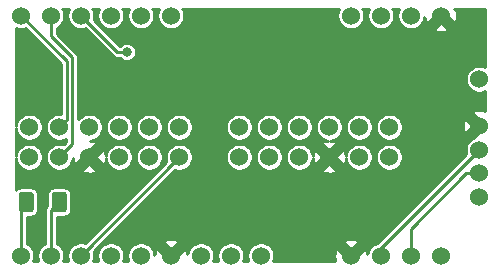
<source format=gbr>
G04 #@! TF.GenerationSoftware,KiCad,Pcbnew,(5.1.0)-1*
G04 #@! TF.CreationDate,2019-08-20T09:41:23-04:00*
G04 #@! TF.ProjectId,compact-giraffe,636f6d70-6163-4742-9d67-697261666665,rev?*
G04 #@! TF.SameCoordinates,Original*
G04 #@! TF.FileFunction,Copper,L2,Bot*
G04 #@! TF.FilePolarity,Positive*
%FSLAX46Y46*%
G04 Gerber Fmt 4.6, Leading zero omitted, Abs format (unit mm)*
G04 Created by KiCad (PCBNEW (5.1.0)-1) date 2019-08-20 09:41:23*
%MOMM*%
%LPD*%
G04 APERTURE LIST*
%ADD10C,1.524000*%
%ADD11C,0.100000*%
%ADD12C,1.250000*%
%ADD13C,0.800000*%
%ADD14C,0.250000*%
%ADD15C,0.254000*%
G04 APERTURE END LIST*
D10*
X107950000Y-77724000D03*
X110490000Y-77724000D03*
X105410000Y-75184000D03*
X107950000Y-75184000D03*
X110490000Y-75184000D03*
X100330000Y-77724000D03*
X102870000Y-77724000D03*
X105410000Y-77724000D03*
X113030000Y-77724000D03*
X100330000Y-75184000D03*
X102870000Y-75184000D03*
X113030000Y-75184000D03*
X138430000Y-81105000D03*
X138430000Y-79105000D03*
X138430000Y-77105000D03*
X138430000Y-75105000D03*
X99628001Y-65745999D03*
X102168001Y-65745999D03*
X104708001Y-65745999D03*
X107248001Y-65745999D03*
X109788001Y-65745999D03*
X112328001Y-65745999D03*
X127568001Y-65745999D03*
X130108001Y-65745999D03*
X132648001Y-65745999D03*
X135188001Y-65745999D03*
X99628001Y-86065999D03*
X102168001Y-86065999D03*
X104708001Y-86065999D03*
X107248001Y-86065999D03*
X109788001Y-86065999D03*
X112328001Y-86065999D03*
X114868001Y-86065999D03*
X117408001Y-86065999D03*
X119948001Y-86065999D03*
X127568001Y-86065999D03*
X130108001Y-86065999D03*
X132648001Y-86065999D03*
X135188001Y-86065999D03*
X123190000Y-77724000D03*
X120650000Y-77724000D03*
X125730000Y-75184000D03*
X123190000Y-75184000D03*
X120650000Y-75184000D03*
X130810000Y-77724000D03*
X128270000Y-77724000D03*
X125730000Y-77724000D03*
X118110000Y-77724000D03*
X130810000Y-75184000D03*
X128270000Y-75184000D03*
X118110000Y-75184000D03*
X138430000Y-71120000D03*
D11*
G36*
X103269504Y-80660204D02*
G01*
X103293773Y-80663804D01*
X103317571Y-80669765D01*
X103340671Y-80678030D01*
X103362849Y-80688520D01*
X103383893Y-80701133D01*
X103403598Y-80715747D01*
X103421777Y-80732223D01*
X103438253Y-80750402D01*
X103452867Y-80770107D01*
X103465480Y-80791151D01*
X103475970Y-80813329D01*
X103484235Y-80836429D01*
X103490196Y-80860227D01*
X103493796Y-80884496D01*
X103495000Y-80909000D01*
X103495000Y-82159000D01*
X103493796Y-82183504D01*
X103490196Y-82207773D01*
X103484235Y-82231571D01*
X103475970Y-82254671D01*
X103465480Y-82276849D01*
X103452867Y-82297893D01*
X103438253Y-82317598D01*
X103421777Y-82335777D01*
X103403598Y-82352253D01*
X103383893Y-82366867D01*
X103362849Y-82379480D01*
X103340671Y-82389970D01*
X103317571Y-82398235D01*
X103293773Y-82404196D01*
X103269504Y-82407796D01*
X103245000Y-82409000D01*
X102495000Y-82409000D01*
X102470496Y-82407796D01*
X102446227Y-82404196D01*
X102422429Y-82398235D01*
X102399329Y-82389970D01*
X102377151Y-82379480D01*
X102356107Y-82366867D01*
X102336402Y-82352253D01*
X102318223Y-82335777D01*
X102301747Y-82317598D01*
X102287133Y-82297893D01*
X102274520Y-82276849D01*
X102264030Y-82254671D01*
X102255765Y-82231571D01*
X102249804Y-82207773D01*
X102246204Y-82183504D01*
X102245000Y-82159000D01*
X102245000Y-80909000D01*
X102246204Y-80884496D01*
X102249804Y-80860227D01*
X102255765Y-80836429D01*
X102264030Y-80813329D01*
X102274520Y-80791151D01*
X102287133Y-80770107D01*
X102301747Y-80750402D01*
X102318223Y-80732223D01*
X102336402Y-80715747D01*
X102356107Y-80701133D01*
X102377151Y-80688520D01*
X102399329Y-80678030D01*
X102422429Y-80669765D01*
X102446227Y-80663804D01*
X102470496Y-80660204D01*
X102495000Y-80659000D01*
X103245000Y-80659000D01*
X103269504Y-80660204D01*
X103269504Y-80660204D01*
G37*
D12*
X102870000Y-81534000D03*
D11*
G36*
X100469504Y-80660204D02*
G01*
X100493773Y-80663804D01*
X100517571Y-80669765D01*
X100540671Y-80678030D01*
X100562849Y-80688520D01*
X100583893Y-80701133D01*
X100603598Y-80715747D01*
X100621777Y-80732223D01*
X100638253Y-80750402D01*
X100652867Y-80770107D01*
X100665480Y-80791151D01*
X100675970Y-80813329D01*
X100684235Y-80836429D01*
X100690196Y-80860227D01*
X100693796Y-80884496D01*
X100695000Y-80909000D01*
X100695000Y-82159000D01*
X100693796Y-82183504D01*
X100690196Y-82207773D01*
X100684235Y-82231571D01*
X100675970Y-82254671D01*
X100665480Y-82276849D01*
X100652867Y-82297893D01*
X100638253Y-82317598D01*
X100621777Y-82335777D01*
X100603598Y-82352253D01*
X100583893Y-82366867D01*
X100562849Y-82379480D01*
X100540671Y-82389970D01*
X100517571Y-82398235D01*
X100493773Y-82404196D01*
X100469504Y-82407796D01*
X100445000Y-82409000D01*
X99695000Y-82409000D01*
X99670496Y-82407796D01*
X99646227Y-82404196D01*
X99622429Y-82398235D01*
X99599329Y-82389970D01*
X99577151Y-82379480D01*
X99556107Y-82366867D01*
X99536402Y-82352253D01*
X99518223Y-82335777D01*
X99501747Y-82317598D01*
X99487133Y-82297893D01*
X99474520Y-82276849D01*
X99464030Y-82254671D01*
X99455765Y-82231571D01*
X99449804Y-82207773D01*
X99446204Y-82183504D01*
X99445000Y-82159000D01*
X99445000Y-80909000D01*
X99446204Y-80884496D01*
X99449804Y-80860227D01*
X99455765Y-80836429D01*
X99464030Y-80813329D01*
X99474520Y-80791151D01*
X99487133Y-80770107D01*
X99501747Y-80750402D01*
X99518223Y-80732223D01*
X99536402Y-80715747D01*
X99556107Y-80701133D01*
X99577151Y-80688520D01*
X99599329Y-80678030D01*
X99622429Y-80669765D01*
X99646227Y-80663804D01*
X99670496Y-80660204D01*
X99695000Y-80659000D01*
X100445000Y-80659000D01*
X100469504Y-80660204D01*
X100469504Y-80660204D01*
G37*
D12*
X100070000Y-81534000D03*
D13*
X108585000Y-68834000D03*
D14*
X103631999Y-76962001D02*
X102870000Y-77724000D01*
X103957001Y-76636999D02*
X103631999Y-76962001D01*
X103957001Y-69286001D02*
X103957001Y-76636999D01*
X102168001Y-67497001D02*
X103957001Y-69286001D01*
X102168001Y-65745999D02*
X102168001Y-67497001D01*
X113030000Y-77744000D02*
X113030000Y-77724000D01*
X104708001Y-86065999D02*
X113030000Y-77744000D01*
X107796002Y-68834000D02*
X104708001Y-65745999D01*
X108585000Y-68834000D02*
X107796002Y-68834000D01*
X103505000Y-74549000D02*
X102870000Y-75184000D01*
X99628001Y-65745999D02*
X103505000Y-69622998D01*
X103505000Y-69622998D02*
X103505000Y-74549000D01*
X99628001Y-81975999D02*
X100070000Y-81534000D01*
X99628001Y-86065999D02*
X99628001Y-81975999D01*
X102168001Y-82235999D02*
X102870000Y-81534000D01*
X102168001Y-86065999D02*
X102168001Y-82235999D01*
X130108001Y-85426999D02*
X130108001Y-86065999D01*
X138430000Y-77105000D02*
X130108001Y-85426999D01*
X132648001Y-84988369D02*
X132648001Y-86065999D01*
X132648001Y-83809369D02*
X132648001Y-84988369D01*
X137352370Y-79105000D02*
X132648001Y-83809369D01*
X138430000Y-79105000D02*
X137352370Y-79105000D01*
D15*
G36*
X103695088Y-65204586D02*
G01*
X103608926Y-65412598D01*
X103565001Y-65633423D01*
X103565001Y-65858575D01*
X103608926Y-66079400D01*
X103695088Y-66287412D01*
X103820175Y-66474619D01*
X103979381Y-66633825D01*
X104166588Y-66758912D01*
X104374600Y-66845074D01*
X104595425Y-66888999D01*
X104820577Y-66888999D01*
X105041402Y-66845074D01*
X105076816Y-66830405D01*
X107420630Y-69174220D01*
X107436475Y-69193527D01*
X107513523Y-69256759D01*
X107568229Y-69286000D01*
X107601427Y-69303745D01*
X107696809Y-69332678D01*
X107796002Y-69342448D01*
X107820856Y-69340000D01*
X107986499Y-69340000D01*
X108087141Y-69440642D01*
X108215058Y-69526113D01*
X108357191Y-69584987D01*
X108508078Y-69615000D01*
X108661922Y-69615000D01*
X108812809Y-69584987D01*
X108954942Y-69526113D01*
X109082859Y-69440642D01*
X109191642Y-69331859D01*
X109277113Y-69203942D01*
X109335987Y-69061809D01*
X109366000Y-68910922D01*
X109366000Y-68757078D01*
X109335987Y-68606191D01*
X109277113Y-68464058D01*
X109191642Y-68336141D01*
X109082859Y-68227358D01*
X108954942Y-68141887D01*
X108812809Y-68083013D01*
X108661922Y-68053000D01*
X108508078Y-68053000D01*
X108357191Y-68083013D01*
X108215058Y-68141887D01*
X108087141Y-68227358D01*
X107996046Y-68318453D01*
X105792407Y-66114814D01*
X105807076Y-66079400D01*
X105851001Y-65858575D01*
X105851001Y-65633423D01*
X105807076Y-65412598D01*
X105720914Y-65204586D01*
X105685109Y-65151000D01*
X106270893Y-65151000D01*
X106235088Y-65204586D01*
X106148926Y-65412598D01*
X106105001Y-65633423D01*
X106105001Y-65858575D01*
X106148926Y-66079400D01*
X106235088Y-66287412D01*
X106360175Y-66474619D01*
X106519381Y-66633825D01*
X106706588Y-66758912D01*
X106914600Y-66845074D01*
X107135425Y-66888999D01*
X107360577Y-66888999D01*
X107581402Y-66845074D01*
X107789414Y-66758912D01*
X107976621Y-66633825D01*
X108135827Y-66474619D01*
X108260914Y-66287412D01*
X108347076Y-66079400D01*
X108391001Y-65858575D01*
X108391001Y-65633423D01*
X108347076Y-65412598D01*
X108260914Y-65204586D01*
X108225109Y-65151000D01*
X108810893Y-65151000D01*
X108775088Y-65204586D01*
X108688926Y-65412598D01*
X108645001Y-65633423D01*
X108645001Y-65858575D01*
X108688926Y-66079400D01*
X108775088Y-66287412D01*
X108900175Y-66474619D01*
X109059381Y-66633825D01*
X109246588Y-66758912D01*
X109454600Y-66845074D01*
X109675425Y-66888999D01*
X109900577Y-66888999D01*
X110121402Y-66845074D01*
X110329414Y-66758912D01*
X110516621Y-66633825D01*
X110675827Y-66474619D01*
X110800914Y-66287412D01*
X110887076Y-66079400D01*
X110931001Y-65858575D01*
X110931001Y-65633423D01*
X110887076Y-65412598D01*
X110800914Y-65204586D01*
X110765109Y-65151000D01*
X111350893Y-65151000D01*
X111315088Y-65204586D01*
X111228926Y-65412598D01*
X111185001Y-65633423D01*
X111185001Y-65858575D01*
X111228926Y-66079400D01*
X111315088Y-66287412D01*
X111440175Y-66474619D01*
X111599381Y-66633825D01*
X111786588Y-66758912D01*
X111994600Y-66845074D01*
X112215425Y-66888999D01*
X112440577Y-66888999D01*
X112661402Y-66845074D01*
X112869414Y-66758912D01*
X113056621Y-66633825D01*
X113215827Y-66474619D01*
X113340914Y-66287412D01*
X113427076Y-66079400D01*
X113471001Y-65858575D01*
X113471001Y-65633423D01*
X113427076Y-65412598D01*
X113340914Y-65204586D01*
X113305109Y-65151000D01*
X126590893Y-65151000D01*
X126555088Y-65204586D01*
X126468926Y-65412598D01*
X126425001Y-65633423D01*
X126425001Y-65858575D01*
X126468926Y-66079400D01*
X126555088Y-66287412D01*
X126680175Y-66474619D01*
X126839381Y-66633825D01*
X127026588Y-66758912D01*
X127234600Y-66845074D01*
X127455425Y-66888999D01*
X127680577Y-66888999D01*
X127901402Y-66845074D01*
X128109414Y-66758912D01*
X128296621Y-66633825D01*
X128455827Y-66474619D01*
X128580914Y-66287412D01*
X128667076Y-66079400D01*
X128711001Y-65858575D01*
X128711001Y-65633423D01*
X128667076Y-65412598D01*
X128580914Y-65204586D01*
X128545109Y-65151000D01*
X129130893Y-65151000D01*
X129095088Y-65204586D01*
X129008926Y-65412598D01*
X128965001Y-65633423D01*
X128965001Y-65858575D01*
X129008926Y-66079400D01*
X129095088Y-66287412D01*
X129220175Y-66474619D01*
X129379381Y-66633825D01*
X129566588Y-66758912D01*
X129774600Y-66845074D01*
X129995425Y-66888999D01*
X130220577Y-66888999D01*
X130441402Y-66845074D01*
X130649414Y-66758912D01*
X130836621Y-66633825D01*
X130995827Y-66474619D01*
X131120914Y-66287412D01*
X131207076Y-66079400D01*
X131251001Y-65858575D01*
X131251001Y-65633423D01*
X131207076Y-65412598D01*
X131120914Y-65204586D01*
X131085109Y-65151000D01*
X131670893Y-65151000D01*
X131635088Y-65204586D01*
X131548926Y-65412598D01*
X131505001Y-65633423D01*
X131505001Y-65858575D01*
X131548926Y-66079400D01*
X131635088Y-66287412D01*
X131760175Y-66474619D01*
X131919381Y-66633825D01*
X132106588Y-66758912D01*
X132314600Y-66845074D01*
X132535425Y-66888999D01*
X132760577Y-66888999D01*
X132958316Y-66849666D01*
X134611836Y-66849666D01*
X134694317Y-67060083D01*
X134960168Y-67131146D01*
X135234774Y-67148979D01*
X135507584Y-67112896D01*
X135681685Y-67060083D01*
X135764166Y-66849666D01*
X135188001Y-66273501D01*
X134611836Y-66849666D01*
X132958316Y-66849666D01*
X132981402Y-66845074D01*
X133189414Y-66758912D01*
X133376621Y-66633825D01*
X133535827Y-66474619D01*
X133660914Y-66287412D01*
X133747076Y-66079400D01*
X133791001Y-65858575D01*
X133791001Y-65837985D01*
X133821104Y-66065582D01*
X133873917Y-66239683D01*
X134084334Y-66322164D01*
X134660499Y-65745999D01*
X134646357Y-65731857D01*
X135173859Y-65204355D01*
X135188001Y-65218497D01*
X135202143Y-65204355D01*
X135729645Y-65731857D01*
X135715503Y-65745999D01*
X136291668Y-66322164D01*
X136502085Y-66239683D01*
X136573148Y-65973832D01*
X136590981Y-65699226D01*
X136554898Y-65426416D01*
X136502085Y-65252315D01*
X136291670Y-65169835D01*
X136310505Y-65151000D01*
X138938000Y-65151000D01*
X138938000Y-70093247D01*
X138763401Y-70020925D01*
X138542576Y-69977000D01*
X138317424Y-69977000D01*
X138096599Y-70020925D01*
X137888587Y-70107087D01*
X137701380Y-70232174D01*
X137542174Y-70391380D01*
X137417087Y-70578587D01*
X137330925Y-70786599D01*
X137287000Y-71007424D01*
X137287000Y-71232576D01*
X137330925Y-71453401D01*
X137417087Y-71661413D01*
X137542174Y-71848620D01*
X137701380Y-72007826D01*
X137888587Y-72132913D01*
X138096599Y-72219075D01*
X138317424Y-72263000D01*
X138542576Y-72263000D01*
X138763401Y-72219075D01*
X138938000Y-72146753D01*
X138938000Y-73827437D01*
X138923684Y-73790916D01*
X138657833Y-73719853D01*
X138383227Y-73702020D01*
X138110417Y-73738103D01*
X137936316Y-73790916D01*
X137853835Y-74001333D01*
X138430000Y-74577498D01*
X138444142Y-74563356D01*
X138938000Y-75057214D01*
X138938000Y-75152786D01*
X138444142Y-75646644D01*
X138430000Y-75632502D01*
X138028277Y-76034225D01*
X137888587Y-76092087D01*
X137701380Y-76217174D01*
X137542174Y-76376380D01*
X137417087Y-76563587D01*
X137330925Y-76771599D01*
X137287000Y-76992424D01*
X137287000Y-77217576D01*
X137330925Y-77438401D01*
X137345594Y-77473814D01*
X129871824Y-84947585D01*
X129774600Y-84966924D01*
X129566588Y-85053086D01*
X129379381Y-85178173D01*
X129220175Y-85337379D01*
X129095088Y-85524586D01*
X129008926Y-85732598D01*
X128965001Y-85953423D01*
X128965001Y-85974013D01*
X128934898Y-85746416D01*
X128882085Y-85572315D01*
X128671668Y-85489834D01*
X128095503Y-86065999D01*
X128109645Y-86080141D01*
X127702786Y-86487000D01*
X127433216Y-86487000D01*
X127026357Y-86080141D01*
X127040499Y-86065999D01*
X126464334Y-85489834D01*
X126253917Y-85572315D01*
X126182854Y-85838166D01*
X126165021Y-86112772D01*
X126201104Y-86385582D01*
X126231869Y-86487000D01*
X121010791Y-86487000D01*
X121047076Y-86399400D01*
X121091001Y-86178575D01*
X121091001Y-85953423D01*
X121047076Y-85732598D01*
X120960914Y-85524586D01*
X120835827Y-85337379D01*
X120676621Y-85178173D01*
X120489414Y-85053086D01*
X120281402Y-84966924D01*
X120258317Y-84962332D01*
X126991836Y-84962332D01*
X127568001Y-85538497D01*
X128144166Y-84962332D01*
X128061685Y-84751915D01*
X127795834Y-84680852D01*
X127521228Y-84663019D01*
X127248418Y-84699102D01*
X127074317Y-84751915D01*
X126991836Y-84962332D01*
X120258317Y-84962332D01*
X120060577Y-84922999D01*
X119835425Y-84922999D01*
X119614600Y-84966924D01*
X119406588Y-85053086D01*
X119219381Y-85178173D01*
X119060175Y-85337379D01*
X118935088Y-85524586D01*
X118848926Y-85732598D01*
X118805001Y-85953423D01*
X118805001Y-86178575D01*
X118848926Y-86399400D01*
X118885211Y-86487000D01*
X118470791Y-86487000D01*
X118507076Y-86399400D01*
X118551001Y-86178575D01*
X118551001Y-85953423D01*
X118507076Y-85732598D01*
X118420914Y-85524586D01*
X118295827Y-85337379D01*
X118136621Y-85178173D01*
X117949414Y-85053086D01*
X117741402Y-84966924D01*
X117520577Y-84922999D01*
X117295425Y-84922999D01*
X117074600Y-84966924D01*
X116866588Y-85053086D01*
X116679381Y-85178173D01*
X116520175Y-85337379D01*
X116395088Y-85524586D01*
X116308926Y-85732598D01*
X116265001Y-85953423D01*
X116265001Y-86178575D01*
X116308926Y-86399400D01*
X116345211Y-86487000D01*
X115930791Y-86487000D01*
X115967076Y-86399400D01*
X116011001Y-86178575D01*
X116011001Y-85953423D01*
X115967076Y-85732598D01*
X115880914Y-85524586D01*
X115755827Y-85337379D01*
X115596621Y-85178173D01*
X115409414Y-85053086D01*
X115201402Y-84966924D01*
X114980577Y-84922999D01*
X114755425Y-84922999D01*
X114534600Y-84966924D01*
X114326588Y-85053086D01*
X114139381Y-85178173D01*
X113980175Y-85337379D01*
X113855088Y-85524586D01*
X113768926Y-85732598D01*
X113725001Y-85953423D01*
X113725001Y-85974013D01*
X113694898Y-85746416D01*
X113642085Y-85572315D01*
X113431668Y-85489834D01*
X112855503Y-86065999D01*
X112869645Y-86080141D01*
X112462786Y-86487000D01*
X112193216Y-86487000D01*
X111786357Y-86080141D01*
X111800499Y-86065999D01*
X111224334Y-85489834D01*
X111013917Y-85572315D01*
X110942854Y-85838166D01*
X110931001Y-86020687D01*
X110931001Y-85953423D01*
X110887076Y-85732598D01*
X110800914Y-85524586D01*
X110675827Y-85337379D01*
X110516621Y-85178173D01*
X110329414Y-85053086D01*
X110121402Y-84966924D01*
X110098317Y-84962332D01*
X111751836Y-84962332D01*
X112328001Y-85538497D01*
X112904166Y-84962332D01*
X112821685Y-84751915D01*
X112555834Y-84680852D01*
X112281228Y-84663019D01*
X112008418Y-84699102D01*
X111834317Y-84751915D01*
X111751836Y-84962332D01*
X110098317Y-84962332D01*
X109900577Y-84922999D01*
X109675425Y-84922999D01*
X109454600Y-84966924D01*
X109246588Y-85053086D01*
X109059381Y-85178173D01*
X108900175Y-85337379D01*
X108775088Y-85524586D01*
X108688926Y-85732598D01*
X108645001Y-85953423D01*
X108645001Y-86178575D01*
X108688926Y-86399400D01*
X108725211Y-86487000D01*
X108310791Y-86487000D01*
X108347076Y-86399400D01*
X108391001Y-86178575D01*
X108391001Y-85953423D01*
X108347076Y-85732598D01*
X108260914Y-85524586D01*
X108135827Y-85337379D01*
X107976621Y-85178173D01*
X107789414Y-85053086D01*
X107581402Y-84966924D01*
X107360577Y-84922999D01*
X107135425Y-84922999D01*
X106914600Y-84966924D01*
X106706588Y-85053086D01*
X106519381Y-85178173D01*
X106360175Y-85337379D01*
X106235088Y-85524586D01*
X106148926Y-85732598D01*
X106105001Y-85953423D01*
X106105001Y-86178575D01*
X106148926Y-86399400D01*
X106185211Y-86487000D01*
X105770791Y-86487000D01*
X105807076Y-86399400D01*
X105851001Y-86178575D01*
X105851001Y-85953423D01*
X105807076Y-85732598D01*
X105792407Y-85697184D01*
X112675328Y-78814264D01*
X112696599Y-78823075D01*
X112917424Y-78867000D01*
X113142576Y-78867000D01*
X113363401Y-78823075D01*
X113571413Y-78736913D01*
X113758620Y-78611826D01*
X113917826Y-78452620D01*
X114042913Y-78265413D01*
X114129075Y-78057401D01*
X114173000Y-77836576D01*
X114173000Y-77611424D01*
X116967000Y-77611424D01*
X116967000Y-77836576D01*
X117010925Y-78057401D01*
X117097087Y-78265413D01*
X117222174Y-78452620D01*
X117381380Y-78611826D01*
X117568587Y-78736913D01*
X117776599Y-78823075D01*
X117997424Y-78867000D01*
X118222576Y-78867000D01*
X118443401Y-78823075D01*
X118651413Y-78736913D01*
X118838620Y-78611826D01*
X118997826Y-78452620D01*
X119122913Y-78265413D01*
X119209075Y-78057401D01*
X119253000Y-77836576D01*
X119253000Y-77611424D01*
X119507000Y-77611424D01*
X119507000Y-77836576D01*
X119550925Y-78057401D01*
X119637087Y-78265413D01*
X119762174Y-78452620D01*
X119921380Y-78611826D01*
X120108587Y-78736913D01*
X120316599Y-78823075D01*
X120537424Y-78867000D01*
X120762576Y-78867000D01*
X120983401Y-78823075D01*
X121191413Y-78736913D01*
X121378620Y-78611826D01*
X121537826Y-78452620D01*
X121662913Y-78265413D01*
X121749075Y-78057401D01*
X121793000Y-77836576D01*
X121793000Y-77611424D01*
X122047000Y-77611424D01*
X122047000Y-77836576D01*
X122090925Y-78057401D01*
X122177087Y-78265413D01*
X122302174Y-78452620D01*
X122461380Y-78611826D01*
X122648587Y-78736913D01*
X122856599Y-78823075D01*
X123077424Y-78867000D01*
X123302576Y-78867000D01*
X123500315Y-78827667D01*
X125153835Y-78827667D01*
X125236316Y-79038084D01*
X125502167Y-79109147D01*
X125776773Y-79126980D01*
X126049583Y-79090897D01*
X126223684Y-79038084D01*
X126306165Y-78827667D01*
X125730000Y-78251502D01*
X125153835Y-78827667D01*
X123500315Y-78827667D01*
X123523401Y-78823075D01*
X123731413Y-78736913D01*
X123918620Y-78611826D01*
X124077826Y-78452620D01*
X124202913Y-78265413D01*
X124289075Y-78057401D01*
X124333000Y-77836576D01*
X124333000Y-77815986D01*
X124363103Y-78043583D01*
X124415916Y-78217684D01*
X124626333Y-78300165D01*
X125202498Y-77724000D01*
X126257502Y-77724000D01*
X126833667Y-78300165D01*
X127044084Y-78217684D01*
X127115147Y-77951833D01*
X127127000Y-77769312D01*
X127127000Y-77836576D01*
X127170925Y-78057401D01*
X127257087Y-78265413D01*
X127382174Y-78452620D01*
X127541380Y-78611826D01*
X127728587Y-78736913D01*
X127936599Y-78823075D01*
X128157424Y-78867000D01*
X128382576Y-78867000D01*
X128603401Y-78823075D01*
X128811413Y-78736913D01*
X128998620Y-78611826D01*
X129157826Y-78452620D01*
X129282913Y-78265413D01*
X129369075Y-78057401D01*
X129413000Y-77836576D01*
X129413000Y-77611424D01*
X129667000Y-77611424D01*
X129667000Y-77836576D01*
X129710925Y-78057401D01*
X129797087Y-78265413D01*
X129922174Y-78452620D01*
X130081380Y-78611826D01*
X130268587Y-78736913D01*
X130476599Y-78823075D01*
X130697424Y-78867000D01*
X130922576Y-78867000D01*
X131143401Y-78823075D01*
X131351413Y-78736913D01*
X131538620Y-78611826D01*
X131697826Y-78452620D01*
X131822913Y-78265413D01*
X131909075Y-78057401D01*
X131953000Y-77836576D01*
X131953000Y-77611424D01*
X131909075Y-77390599D01*
X131822913Y-77182587D01*
X131697826Y-76995380D01*
X131538620Y-76836174D01*
X131351413Y-76711087D01*
X131143401Y-76624925D01*
X130922576Y-76581000D01*
X130697424Y-76581000D01*
X130476599Y-76624925D01*
X130268587Y-76711087D01*
X130081380Y-76836174D01*
X129922174Y-76995380D01*
X129797087Y-77182587D01*
X129710925Y-77390599D01*
X129667000Y-77611424D01*
X129413000Y-77611424D01*
X129369075Y-77390599D01*
X129282913Y-77182587D01*
X129157826Y-76995380D01*
X128998620Y-76836174D01*
X128811413Y-76711087D01*
X128603401Y-76624925D01*
X128382576Y-76581000D01*
X128157424Y-76581000D01*
X127936599Y-76624925D01*
X127728587Y-76711087D01*
X127541380Y-76836174D01*
X127382174Y-76995380D01*
X127257087Y-77182587D01*
X127170925Y-77390599D01*
X127127000Y-77611424D01*
X127127000Y-77632014D01*
X127096897Y-77404417D01*
X127044084Y-77230316D01*
X126833667Y-77147835D01*
X126257502Y-77724000D01*
X125202498Y-77724000D01*
X124626333Y-77147835D01*
X124415916Y-77230316D01*
X124344853Y-77496167D01*
X124333000Y-77678688D01*
X124333000Y-77611424D01*
X124289075Y-77390599D01*
X124202913Y-77182587D01*
X124077826Y-76995380D01*
X123918620Y-76836174D01*
X123731413Y-76711087D01*
X123523401Y-76624925D01*
X123302576Y-76581000D01*
X123077424Y-76581000D01*
X122856599Y-76624925D01*
X122648587Y-76711087D01*
X122461380Y-76836174D01*
X122302174Y-76995380D01*
X122177087Y-77182587D01*
X122090925Y-77390599D01*
X122047000Y-77611424D01*
X121793000Y-77611424D01*
X121749075Y-77390599D01*
X121662913Y-77182587D01*
X121537826Y-76995380D01*
X121378620Y-76836174D01*
X121191413Y-76711087D01*
X120983401Y-76624925D01*
X120762576Y-76581000D01*
X120537424Y-76581000D01*
X120316599Y-76624925D01*
X120108587Y-76711087D01*
X119921380Y-76836174D01*
X119762174Y-76995380D01*
X119637087Y-77182587D01*
X119550925Y-77390599D01*
X119507000Y-77611424D01*
X119253000Y-77611424D01*
X119209075Y-77390599D01*
X119122913Y-77182587D01*
X118997826Y-76995380D01*
X118838620Y-76836174D01*
X118651413Y-76711087D01*
X118443401Y-76624925D01*
X118222576Y-76581000D01*
X117997424Y-76581000D01*
X117776599Y-76624925D01*
X117568587Y-76711087D01*
X117381380Y-76836174D01*
X117222174Y-76995380D01*
X117097087Y-77182587D01*
X117010925Y-77390599D01*
X116967000Y-77611424D01*
X114173000Y-77611424D01*
X114129075Y-77390599D01*
X114042913Y-77182587D01*
X113917826Y-76995380D01*
X113758620Y-76836174D01*
X113571413Y-76711087D01*
X113363401Y-76624925D01*
X113142576Y-76581000D01*
X112917424Y-76581000D01*
X112696599Y-76624925D01*
X112488587Y-76711087D01*
X112301380Y-76836174D01*
X112142174Y-76995380D01*
X112017087Y-77182587D01*
X111930925Y-77390599D01*
X111887000Y-77611424D01*
X111887000Y-77836576D01*
X111930925Y-78057401D01*
X111951452Y-78106956D01*
X105076816Y-84981593D01*
X105041402Y-84966924D01*
X104820577Y-84922999D01*
X104595425Y-84922999D01*
X104374600Y-84966924D01*
X104166588Y-85053086D01*
X103979381Y-85178173D01*
X103820175Y-85337379D01*
X103695088Y-85524586D01*
X103608926Y-85732598D01*
X103565001Y-85953423D01*
X103565001Y-86178575D01*
X103608926Y-86399400D01*
X103645211Y-86487000D01*
X103230791Y-86487000D01*
X103267076Y-86399400D01*
X103311001Y-86178575D01*
X103311001Y-85953423D01*
X103267076Y-85732598D01*
X103180914Y-85524586D01*
X103055827Y-85337379D01*
X102896621Y-85178173D01*
X102709414Y-85053086D01*
X102674001Y-85038417D01*
X102674001Y-82791843D01*
X103245000Y-82791843D01*
X103368462Y-82779683D01*
X103487179Y-82743671D01*
X103596589Y-82685190D01*
X103692488Y-82606488D01*
X103771190Y-82510589D01*
X103829671Y-82401179D01*
X103865683Y-82282462D01*
X103877843Y-82159000D01*
X103877843Y-80909000D01*
X103865683Y-80785538D01*
X103829671Y-80666821D01*
X103771190Y-80557411D01*
X103692488Y-80461512D01*
X103596589Y-80382810D01*
X103487179Y-80324329D01*
X103368462Y-80288317D01*
X103245000Y-80276157D01*
X102495000Y-80276157D01*
X102371538Y-80288317D01*
X102252821Y-80324329D01*
X102143411Y-80382810D01*
X102047512Y-80461512D01*
X101968810Y-80557411D01*
X101910329Y-80666821D01*
X101874317Y-80785538D01*
X101862157Y-80909000D01*
X101862157Y-81826252D01*
X101827781Y-81860628D01*
X101808475Y-81876472D01*
X101745243Y-81953520D01*
X101733228Y-81975999D01*
X101698256Y-82041425D01*
X101669323Y-82136807D01*
X101659554Y-82235999D01*
X101662002Y-82260855D01*
X101662001Y-85038417D01*
X101626588Y-85053086D01*
X101439381Y-85178173D01*
X101280175Y-85337379D01*
X101155088Y-85524586D01*
X101068926Y-85732598D01*
X101025001Y-85953423D01*
X101025001Y-86178575D01*
X101068926Y-86399400D01*
X101105211Y-86487000D01*
X100690791Y-86487000D01*
X100727076Y-86399400D01*
X100771001Y-86178575D01*
X100771001Y-85953423D01*
X100727076Y-85732598D01*
X100640914Y-85524586D01*
X100515827Y-85337379D01*
X100356621Y-85178173D01*
X100169414Y-85053086D01*
X100134001Y-85038417D01*
X100134001Y-82791843D01*
X100445000Y-82791843D01*
X100568462Y-82779683D01*
X100687179Y-82743671D01*
X100796589Y-82685190D01*
X100892488Y-82606488D01*
X100971190Y-82510589D01*
X101029671Y-82401179D01*
X101065683Y-82282462D01*
X101077843Y-82159000D01*
X101077843Y-80909000D01*
X101065683Y-80785538D01*
X101029671Y-80666821D01*
X100971190Y-80557411D01*
X100892488Y-80461512D01*
X100796589Y-80382810D01*
X100687179Y-80324329D01*
X100568462Y-80288317D01*
X100445000Y-80276157D01*
X99695000Y-80276157D01*
X99571538Y-80288317D01*
X99452821Y-80324329D01*
X99343411Y-80382810D01*
X99247512Y-80461512D01*
X99187000Y-80535246D01*
X99187000Y-77836576D01*
X99230925Y-78057401D01*
X99317087Y-78265413D01*
X99442174Y-78452620D01*
X99601380Y-78611826D01*
X99788587Y-78736913D01*
X99996599Y-78823075D01*
X100217424Y-78867000D01*
X100442576Y-78867000D01*
X100663401Y-78823075D01*
X100871413Y-78736913D01*
X101058620Y-78611826D01*
X101217826Y-78452620D01*
X101342913Y-78265413D01*
X101429075Y-78057401D01*
X101473000Y-77836576D01*
X101473000Y-77611424D01*
X101429075Y-77390599D01*
X101342913Y-77182587D01*
X101217826Y-76995380D01*
X101058620Y-76836174D01*
X100871413Y-76711087D01*
X100663401Y-76624925D01*
X100442576Y-76581000D01*
X100217424Y-76581000D01*
X99996599Y-76624925D01*
X99788587Y-76711087D01*
X99601380Y-76836174D01*
X99442174Y-76995380D01*
X99317087Y-77182587D01*
X99230925Y-77390599D01*
X99187000Y-77611424D01*
X99187000Y-75296576D01*
X99230925Y-75517401D01*
X99317087Y-75725413D01*
X99442174Y-75912620D01*
X99601380Y-76071826D01*
X99788587Y-76196913D01*
X99996599Y-76283075D01*
X100217424Y-76327000D01*
X100442576Y-76327000D01*
X100663401Y-76283075D01*
X100871413Y-76196913D01*
X101058620Y-76071826D01*
X101217826Y-75912620D01*
X101342913Y-75725413D01*
X101429075Y-75517401D01*
X101473000Y-75296576D01*
X101473000Y-75071424D01*
X101429075Y-74850599D01*
X101342913Y-74642587D01*
X101217826Y-74455380D01*
X101058620Y-74296174D01*
X100871413Y-74171087D01*
X100663401Y-74084925D01*
X100442576Y-74041000D01*
X100217424Y-74041000D01*
X99996599Y-74084925D01*
X99788587Y-74171087D01*
X99601380Y-74296174D01*
X99442174Y-74455380D01*
X99317087Y-74642587D01*
X99230925Y-74850599D01*
X99187000Y-75071424D01*
X99187000Y-66800504D01*
X99294600Y-66845074D01*
X99515425Y-66888999D01*
X99740577Y-66888999D01*
X99961402Y-66845074D01*
X99996816Y-66830405D01*
X102999000Y-69832590D01*
X102999001Y-74044267D01*
X102982576Y-74041000D01*
X102757424Y-74041000D01*
X102536599Y-74084925D01*
X102328587Y-74171087D01*
X102141380Y-74296174D01*
X101982174Y-74455380D01*
X101857087Y-74642587D01*
X101770925Y-74850599D01*
X101727000Y-75071424D01*
X101727000Y-75296576D01*
X101770925Y-75517401D01*
X101857087Y-75725413D01*
X101982174Y-75912620D01*
X102141380Y-76071826D01*
X102328587Y-76196913D01*
X102536599Y-76283075D01*
X102757424Y-76327000D01*
X102982576Y-76327000D01*
X103203401Y-76283075D01*
X103411413Y-76196913D01*
X103451002Y-76170461D01*
X103451002Y-76427407D01*
X103291783Y-76586626D01*
X103291777Y-76586631D01*
X103238814Y-76639594D01*
X103203401Y-76624925D01*
X102982576Y-76581000D01*
X102757424Y-76581000D01*
X102536599Y-76624925D01*
X102328587Y-76711087D01*
X102141380Y-76836174D01*
X101982174Y-76995380D01*
X101857087Y-77182587D01*
X101770925Y-77390599D01*
X101727000Y-77611424D01*
X101727000Y-77836576D01*
X101770925Y-78057401D01*
X101857087Y-78265413D01*
X101982174Y-78452620D01*
X102141380Y-78611826D01*
X102328587Y-78736913D01*
X102536599Y-78823075D01*
X102757424Y-78867000D01*
X102982576Y-78867000D01*
X103180315Y-78827667D01*
X104833835Y-78827667D01*
X104916316Y-79038084D01*
X105182167Y-79109147D01*
X105456773Y-79126980D01*
X105729583Y-79090897D01*
X105903684Y-79038084D01*
X105986165Y-78827667D01*
X105410000Y-78251502D01*
X104833835Y-78827667D01*
X103180315Y-78827667D01*
X103203401Y-78823075D01*
X103411413Y-78736913D01*
X103598620Y-78611826D01*
X103757826Y-78452620D01*
X103882913Y-78265413D01*
X103969075Y-78057401D01*
X104013000Y-77836576D01*
X104013000Y-77815986D01*
X104043103Y-78043583D01*
X104095916Y-78217684D01*
X104306333Y-78300165D01*
X104882498Y-77724000D01*
X105937502Y-77724000D01*
X106513667Y-78300165D01*
X106724084Y-78217684D01*
X106795147Y-77951833D01*
X106807000Y-77769312D01*
X106807000Y-77836576D01*
X106850925Y-78057401D01*
X106937087Y-78265413D01*
X107062174Y-78452620D01*
X107221380Y-78611826D01*
X107408587Y-78736913D01*
X107616599Y-78823075D01*
X107837424Y-78867000D01*
X108062576Y-78867000D01*
X108283401Y-78823075D01*
X108491413Y-78736913D01*
X108678620Y-78611826D01*
X108837826Y-78452620D01*
X108962913Y-78265413D01*
X109049075Y-78057401D01*
X109093000Y-77836576D01*
X109093000Y-77611424D01*
X109347000Y-77611424D01*
X109347000Y-77836576D01*
X109390925Y-78057401D01*
X109477087Y-78265413D01*
X109602174Y-78452620D01*
X109761380Y-78611826D01*
X109948587Y-78736913D01*
X110156599Y-78823075D01*
X110377424Y-78867000D01*
X110602576Y-78867000D01*
X110823401Y-78823075D01*
X111031413Y-78736913D01*
X111218620Y-78611826D01*
X111377826Y-78452620D01*
X111502913Y-78265413D01*
X111589075Y-78057401D01*
X111633000Y-77836576D01*
X111633000Y-77611424D01*
X111589075Y-77390599D01*
X111502913Y-77182587D01*
X111377826Y-76995380D01*
X111218620Y-76836174D01*
X111031413Y-76711087D01*
X110823401Y-76624925D01*
X110602576Y-76581000D01*
X110377424Y-76581000D01*
X110156599Y-76624925D01*
X109948587Y-76711087D01*
X109761380Y-76836174D01*
X109602174Y-76995380D01*
X109477087Y-77182587D01*
X109390925Y-77390599D01*
X109347000Y-77611424D01*
X109093000Y-77611424D01*
X109049075Y-77390599D01*
X108962913Y-77182587D01*
X108837826Y-76995380D01*
X108678620Y-76836174D01*
X108491413Y-76711087D01*
X108283401Y-76624925D01*
X108062576Y-76581000D01*
X107837424Y-76581000D01*
X107616599Y-76624925D01*
X107408587Y-76711087D01*
X107221380Y-76836174D01*
X107062174Y-76995380D01*
X106937087Y-77182587D01*
X106850925Y-77390599D01*
X106807000Y-77611424D01*
X106807000Y-77632014D01*
X106776897Y-77404417D01*
X106724084Y-77230316D01*
X106513667Y-77147835D01*
X105937502Y-77724000D01*
X104882498Y-77724000D01*
X104868356Y-77709858D01*
X105395858Y-77182356D01*
X105410000Y-77196498D01*
X105986165Y-76620333D01*
X105903684Y-76409916D01*
X105637833Y-76338853D01*
X105455312Y-76327000D01*
X105522576Y-76327000D01*
X105743401Y-76283075D01*
X105951413Y-76196913D01*
X106138620Y-76071826D01*
X106297826Y-75912620D01*
X106422913Y-75725413D01*
X106509075Y-75517401D01*
X106553000Y-75296576D01*
X106553000Y-75071424D01*
X106807000Y-75071424D01*
X106807000Y-75296576D01*
X106850925Y-75517401D01*
X106937087Y-75725413D01*
X107062174Y-75912620D01*
X107221380Y-76071826D01*
X107408587Y-76196913D01*
X107616599Y-76283075D01*
X107837424Y-76327000D01*
X108062576Y-76327000D01*
X108283401Y-76283075D01*
X108491413Y-76196913D01*
X108678620Y-76071826D01*
X108837826Y-75912620D01*
X108962913Y-75725413D01*
X109049075Y-75517401D01*
X109093000Y-75296576D01*
X109093000Y-75071424D01*
X109347000Y-75071424D01*
X109347000Y-75296576D01*
X109390925Y-75517401D01*
X109477087Y-75725413D01*
X109602174Y-75912620D01*
X109761380Y-76071826D01*
X109948587Y-76196913D01*
X110156599Y-76283075D01*
X110377424Y-76327000D01*
X110602576Y-76327000D01*
X110823401Y-76283075D01*
X111031413Y-76196913D01*
X111218620Y-76071826D01*
X111377826Y-75912620D01*
X111502913Y-75725413D01*
X111589075Y-75517401D01*
X111633000Y-75296576D01*
X111633000Y-75071424D01*
X111887000Y-75071424D01*
X111887000Y-75296576D01*
X111930925Y-75517401D01*
X112017087Y-75725413D01*
X112142174Y-75912620D01*
X112301380Y-76071826D01*
X112488587Y-76196913D01*
X112696599Y-76283075D01*
X112917424Y-76327000D01*
X113142576Y-76327000D01*
X113363401Y-76283075D01*
X113571413Y-76196913D01*
X113758620Y-76071826D01*
X113917826Y-75912620D01*
X114042913Y-75725413D01*
X114129075Y-75517401D01*
X114173000Y-75296576D01*
X114173000Y-75071424D01*
X116967000Y-75071424D01*
X116967000Y-75296576D01*
X117010925Y-75517401D01*
X117097087Y-75725413D01*
X117222174Y-75912620D01*
X117381380Y-76071826D01*
X117568587Y-76196913D01*
X117776599Y-76283075D01*
X117997424Y-76327000D01*
X118222576Y-76327000D01*
X118443401Y-76283075D01*
X118651413Y-76196913D01*
X118838620Y-76071826D01*
X118997826Y-75912620D01*
X119122913Y-75725413D01*
X119209075Y-75517401D01*
X119253000Y-75296576D01*
X119253000Y-75071424D01*
X119507000Y-75071424D01*
X119507000Y-75296576D01*
X119550925Y-75517401D01*
X119637087Y-75725413D01*
X119762174Y-75912620D01*
X119921380Y-76071826D01*
X120108587Y-76196913D01*
X120316599Y-76283075D01*
X120537424Y-76327000D01*
X120762576Y-76327000D01*
X120983401Y-76283075D01*
X121191413Y-76196913D01*
X121378620Y-76071826D01*
X121537826Y-75912620D01*
X121662913Y-75725413D01*
X121749075Y-75517401D01*
X121793000Y-75296576D01*
X121793000Y-75071424D01*
X122047000Y-75071424D01*
X122047000Y-75296576D01*
X122090925Y-75517401D01*
X122177087Y-75725413D01*
X122302174Y-75912620D01*
X122461380Y-76071826D01*
X122648587Y-76196913D01*
X122856599Y-76283075D01*
X123077424Y-76327000D01*
X123302576Y-76327000D01*
X123523401Y-76283075D01*
X123731413Y-76196913D01*
X123918620Y-76071826D01*
X124077826Y-75912620D01*
X124202913Y-75725413D01*
X124289075Y-75517401D01*
X124333000Y-75296576D01*
X124333000Y-75071424D01*
X124587000Y-75071424D01*
X124587000Y-75296576D01*
X124630925Y-75517401D01*
X124717087Y-75725413D01*
X124842174Y-75912620D01*
X125001380Y-76071826D01*
X125188587Y-76196913D01*
X125396599Y-76283075D01*
X125617424Y-76327000D01*
X125638014Y-76327000D01*
X125410417Y-76357103D01*
X125236316Y-76409916D01*
X125153835Y-76620333D01*
X125730000Y-77196498D01*
X126306165Y-76620333D01*
X126223684Y-76409916D01*
X125957833Y-76338853D01*
X125775312Y-76327000D01*
X125842576Y-76327000D01*
X126063401Y-76283075D01*
X126271413Y-76196913D01*
X126458620Y-76071826D01*
X126617826Y-75912620D01*
X126742913Y-75725413D01*
X126829075Y-75517401D01*
X126873000Y-75296576D01*
X126873000Y-75071424D01*
X127127000Y-75071424D01*
X127127000Y-75296576D01*
X127170925Y-75517401D01*
X127257087Y-75725413D01*
X127382174Y-75912620D01*
X127541380Y-76071826D01*
X127728587Y-76196913D01*
X127936599Y-76283075D01*
X128157424Y-76327000D01*
X128382576Y-76327000D01*
X128603401Y-76283075D01*
X128811413Y-76196913D01*
X128998620Y-76071826D01*
X129157826Y-75912620D01*
X129282913Y-75725413D01*
X129369075Y-75517401D01*
X129413000Y-75296576D01*
X129413000Y-75071424D01*
X129667000Y-75071424D01*
X129667000Y-75296576D01*
X129710925Y-75517401D01*
X129797087Y-75725413D01*
X129922174Y-75912620D01*
X130081380Y-76071826D01*
X130268587Y-76196913D01*
X130476599Y-76283075D01*
X130697424Y-76327000D01*
X130922576Y-76327000D01*
X131143401Y-76283075D01*
X131351413Y-76196913D01*
X131538620Y-76071826D01*
X131697826Y-75912620D01*
X131822913Y-75725413D01*
X131909075Y-75517401D01*
X131953000Y-75296576D01*
X131953000Y-75151773D01*
X137027020Y-75151773D01*
X137063103Y-75424583D01*
X137115916Y-75598684D01*
X137326333Y-75681165D01*
X137902498Y-75105000D01*
X137326333Y-74528835D01*
X137115916Y-74611316D01*
X137044853Y-74877167D01*
X137027020Y-75151773D01*
X131953000Y-75151773D01*
X131953000Y-75071424D01*
X131909075Y-74850599D01*
X131822913Y-74642587D01*
X131697826Y-74455380D01*
X131538620Y-74296174D01*
X131351413Y-74171087D01*
X131143401Y-74084925D01*
X130922576Y-74041000D01*
X130697424Y-74041000D01*
X130476599Y-74084925D01*
X130268587Y-74171087D01*
X130081380Y-74296174D01*
X129922174Y-74455380D01*
X129797087Y-74642587D01*
X129710925Y-74850599D01*
X129667000Y-75071424D01*
X129413000Y-75071424D01*
X129369075Y-74850599D01*
X129282913Y-74642587D01*
X129157826Y-74455380D01*
X128998620Y-74296174D01*
X128811413Y-74171087D01*
X128603401Y-74084925D01*
X128382576Y-74041000D01*
X128157424Y-74041000D01*
X127936599Y-74084925D01*
X127728587Y-74171087D01*
X127541380Y-74296174D01*
X127382174Y-74455380D01*
X127257087Y-74642587D01*
X127170925Y-74850599D01*
X127127000Y-75071424D01*
X126873000Y-75071424D01*
X126829075Y-74850599D01*
X126742913Y-74642587D01*
X126617826Y-74455380D01*
X126458620Y-74296174D01*
X126271413Y-74171087D01*
X126063401Y-74084925D01*
X125842576Y-74041000D01*
X125617424Y-74041000D01*
X125396599Y-74084925D01*
X125188587Y-74171087D01*
X125001380Y-74296174D01*
X124842174Y-74455380D01*
X124717087Y-74642587D01*
X124630925Y-74850599D01*
X124587000Y-75071424D01*
X124333000Y-75071424D01*
X124289075Y-74850599D01*
X124202913Y-74642587D01*
X124077826Y-74455380D01*
X123918620Y-74296174D01*
X123731413Y-74171087D01*
X123523401Y-74084925D01*
X123302576Y-74041000D01*
X123077424Y-74041000D01*
X122856599Y-74084925D01*
X122648587Y-74171087D01*
X122461380Y-74296174D01*
X122302174Y-74455380D01*
X122177087Y-74642587D01*
X122090925Y-74850599D01*
X122047000Y-75071424D01*
X121793000Y-75071424D01*
X121749075Y-74850599D01*
X121662913Y-74642587D01*
X121537826Y-74455380D01*
X121378620Y-74296174D01*
X121191413Y-74171087D01*
X120983401Y-74084925D01*
X120762576Y-74041000D01*
X120537424Y-74041000D01*
X120316599Y-74084925D01*
X120108587Y-74171087D01*
X119921380Y-74296174D01*
X119762174Y-74455380D01*
X119637087Y-74642587D01*
X119550925Y-74850599D01*
X119507000Y-75071424D01*
X119253000Y-75071424D01*
X119209075Y-74850599D01*
X119122913Y-74642587D01*
X118997826Y-74455380D01*
X118838620Y-74296174D01*
X118651413Y-74171087D01*
X118443401Y-74084925D01*
X118222576Y-74041000D01*
X117997424Y-74041000D01*
X117776599Y-74084925D01*
X117568587Y-74171087D01*
X117381380Y-74296174D01*
X117222174Y-74455380D01*
X117097087Y-74642587D01*
X117010925Y-74850599D01*
X116967000Y-75071424D01*
X114173000Y-75071424D01*
X114129075Y-74850599D01*
X114042913Y-74642587D01*
X113917826Y-74455380D01*
X113758620Y-74296174D01*
X113571413Y-74171087D01*
X113363401Y-74084925D01*
X113142576Y-74041000D01*
X112917424Y-74041000D01*
X112696599Y-74084925D01*
X112488587Y-74171087D01*
X112301380Y-74296174D01*
X112142174Y-74455380D01*
X112017087Y-74642587D01*
X111930925Y-74850599D01*
X111887000Y-75071424D01*
X111633000Y-75071424D01*
X111589075Y-74850599D01*
X111502913Y-74642587D01*
X111377826Y-74455380D01*
X111218620Y-74296174D01*
X111031413Y-74171087D01*
X110823401Y-74084925D01*
X110602576Y-74041000D01*
X110377424Y-74041000D01*
X110156599Y-74084925D01*
X109948587Y-74171087D01*
X109761380Y-74296174D01*
X109602174Y-74455380D01*
X109477087Y-74642587D01*
X109390925Y-74850599D01*
X109347000Y-75071424D01*
X109093000Y-75071424D01*
X109049075Y-74850599D01*
X108962913Y-74642587D01*
X108837826Y-74455380D01*
X108678620Y-74296174D01*
X108491413Y-74171087D01*
X108283401Y-74084925D01*
X108062576Y-74041000D01*
X107837424Y-74041000D01*
X107616599Y-74084925D01*
X107408587Y-74171087D01*
X107221380Y-74296174D01*
X107062174Y-74455380D01*
X106937087Y-74642587D01*
X106850925Y-74850599D01*
X106807000Y-75071424D01*
X106553000Y-75071424D01*
X106509075Y-74850599D01*
X106422913Y-74642587D01*
X106297826Y-74455380D01*
X106138620Y-74296174D01*
X105951413Y-74171087D01*
X105743401Y-74084925D01*
X105522576Y-74041000D01*
X105297424Y-74041000D01*
X105076599Y-74084925D01*
X104868587Y-74171087D01*
X104681380Y-74296174D01*
X104522174Y-74455380D01*
X104463001Y-74543939D01*
X104463001Y-69310846D01*
X104465448Y-69286000D01*
X104463001Y-69261154D01*
X104463001Y-69261147D01*
X104455679Y-69186808D01*
X104426746Y-69091426D01*
X104379760Y-69003522D01*
X104316528Y-68926474D01*
X104297221Y-68910629D01*
X102674001Y-67287410D01*
X102674001Y-66773581D01*
X102709414Y-66758912D01*
X102896621Y-66633825D01*
X103055827Y-66474619D01*
X103180914Y-66287412D01*
X103267076Y-66079400D01*
X103311001Y-65858575D01*
X103311001Y-65633423D01*
X103267076Y-65412598D01*
X103180914Y-65204586D01*
X103145109Y-65151000D01*
X103730893Y-65151000D01*
X103695088Y-65204586D01*
X103695088Y-65204586D01*
G37*
X103695088Y-65204586D02*
X103608926Y-65412598D01*
X103565001Y-65633423D01*
X103565001Y-65858575D01*
X103608926Y-66079400D01*
X103695088Y-66287412D01*
X103820175Y-66474619D01*
X103979381Y-66633825D01*
X104166588Y-66758912D01*
X104374600Y-66845074D01*
X104595425Y-66888999D01*
X104820577Y-66888999D01*
X105041402Y-66845074D01*
X105076816Y-66830405D01*
X107420630Y-69174220D01*
X107436475Y-69193527D01*
X107513523Y-69256759D01*
X107568229Y-69286000D01*
X107601427Y-69303745D01*
X107696809Y-69332678D01*
X107796002Y-69342448D01*
X107820856Y-69340000D01*
X107986499Y-69340000D01*
X108087141Y-69440642D01*
X108215058Y-69526113D01*
X108357191Y-69584987D01*
X108508078Y-69615000D01*
X108661922Y-69615000D01*
X108812809Y-69584987D01*
X108954942Y-69526113D01*
X109082859Y-69440642D01*
X109191642Y-69331859D01*
X109277113Y-69203942D01*
X109335987Y-69061809D01*
X109366000Y-68910922D01*
X109366000Y-68757078D01*
X109335987Y-68606191D01*
X109277113Y-68464058D01*
X109191642Y-68336141D01*
X109082859Y-68227358D01*
X108954942Y-68141887D01*
X108812809Y-68083013D01*
X108661922Y-68053000D01*
X108508078Y-68053000D01*
X108357191Y-68083013D01*
X108215058Y-68141887D01*
X108087141Y-68227358D01*
X107996046Y-68318453D01*
X105792407Y-66114814D01*
X105807076Y-66079400D01*
X105851001Y-65858575D01*
X105851001Y-65633423D01*
X105807076Y-65412598D01*
X105720914Y-65204586D01*
X105685109Y-65151000D01*
X106270893Y-65151000D01*
X106235088Y-65204586D01*
X106148926Y-65412598D01*
X106105001Y-65633423D01*
X106105001Y-65858575D01*
X106148926Y-66079400D01*
X106235088Y-66287412D01*
X106360175Y-66474619D01*
X106519381Y-66633825D01*
X106706588Y-66758912D01*
X106914600Y-66845074D01*
X107135425Y-66888999D01*
X107360577Y-66888999D01*
X107581402Y-66845074D01*
X107789414Y-66758912D01*
X107976621Y-66633825D01*
X108135827Y-66474619D01*
X108260914Y-66287412D01*
X108347076Y-66079400D01*
X108391001Y-65858575D01*
X108391001Y-65633423D01*
X108347076Y-65412598D01*
X108260914Y-65204586D01*
X108225109Y-65151000D01*
X108810893Y-65151000D01*
X108775088Y-65204586D01*
X108688926Y-65412598D01*
X108645001Y-65633423D01*
X108645001Y-65858575D01*
X108688926Y-66079400D01*
X108775088Y-66287412D01*
X108900175Y-66474619D01*
X109059381Y-66633825D01*
X109246588Y-66758912D01*
X109454600Y-66845074D01*
X109675425Y-66888999D01*
X109900577Y-66888999D01*
X110121402Y-66845074D01*
X110329414Y-66758912D01*
X110516621Y-66633825D01*
X110675827Y-66474619D01*
X110800914Y-66287412D01*
X110887076Y-66079400D01*
X110931001Y-65858575D01*
X110931001Y-65633423D01*
X110887076Y-65412598D01*
X110800914Y-65204586D01*
X110765109Y-65151000D01*
X111350893Y-65151000D01*
X111315088Y-65204586D01*
X111228926Y-65412598D01*
X111185001Y-65633423D01*
X111185001Y-65858575D01*
X111228926Y-66079400D01*
X111315088Y-66287412D01*
X111440175Y-66474619D01*
X111599381Y-66633825D01*
X111786588Y-66758912D01*
X111994600Y-66845074D01*
X112215425Y-66888999D01*
X112440577Y-66888999D01*
X112661402Y-66845074D01*
X112869414Y-66758912D01*
X113056621Y-66633825D01*
X113215827Y-66474619D01*
X113340914Y-66287412D01*
X113427076Y-66079400D01*
X113471001Y-65858575D01*
X113471001Y-65633423D01*
X113427076Y-65412598D01*
X113340914Y-65204586D01*
X113305109Y-65151000D01*
X126590893Y-65151000D01*
X126555088Y-65204586D01*
X126468926Y-65412598D01*
X126425001Y-65633423D01*
X126425001Y-65858575D01*
X126468926Y-66079400D01*
X126555088Y-66287412D01*
X126680175Y-66474619D01*
X126839381Y-66633825D01*
X127026588Y-66758912D01*
X127234600Y-66845074D01*
X127455425Y-66888999D01*
X127680577Y-66888999D01*
X127901402Y-66845074D01*
X128109414Y-66758912D01*
X128296621Y-66633825D01*
X128455827Y-66474619D01*
X128580914Y-66287412D01*
X128667076Y-66079400D01*
X128711001Y-65858575D01*
X128711001Y-65633423D01*
X128667076Y-65412598D01*
X128580914Y-65204586D01*
X128545109Y-65151000D01*
X129130893Y-65151000D01*
X129095088Y-65204586D01*
X129008926Y-65412598D01*
X128965001Y-65633423D01*
X128965001Y-65858575D01*
X129008926Y-66079400D01*
X129095088Y-66287412D01*
X129220175Y-66474619D01*
X129379381Y-66633825D01*
X129566588Y-66758912D01*
X129774600Y-66845074D01*
X129995425Y-66888999D01*
X130220577Y-66888999D01*
X130441402Y-66845074D01*
X130649414Y-66758912D01*
X130836621Y-66633825D01*
X130995827Y-66474619D01*
X131120914Y-66287412D01*
X131207076Y-66079400D01*
X131251001Y-65858575D01*
X131251001Y-65633423D01*
X131207076Y-65412598D01*
X131120914Y-65204586D01*
X131085109Y-65151000D01*
X131670893Y-65151000D01*
X131635088Y-65204586D01*
X131548926Y-65412598D01*
X131505001Y-65633423D01*
X131505001Y-65858575D01*
X131548926Y-66079400D01*
X131635088Y-66287412D01*
X131760175Y-66474619D01*
X131919381Y-66633825D01*
X132106588Y-66758912D01*
X132314600Y-66845074D01*
X132535425Y-66888999D01*
X132760577Y-66888999D01*
X132958316Y-66849666D01*
X134611836Y-66849666D01*
X134694317Y-67060083D01*
X134960168Y-67131146D01*
X135234774Y-67148979D01*
X135507584Y-67112896D01*
X135681685Y-67060083D01*
X135764166Y-66849666D01*
X135188001Y-66273501D01*
X134611836Y-66849666D01*
X132958316Y-66849666D01*
X132981402Y-66845074D01*
X133189414Y-66758912D01*
X133376621Y-66633825D01*
X133535827Y-66474619D01*
X133660914Y-66287412D01*
X133747076Y-66079400D01*
X133791001Y-65858575D01*
X133791001Y-65837985D01*
X133821104Y-66065582D01*
X133873917Y-66239683D01*
X134084334Y-66322164D01*
X134660499Y-65745999D01*
X134646357Y-65731857D01*
X135173859Y-65204355D01*
X135188001Y-65218497D01*
X135202143Y-65204355D01*
X135729645Y-65731857D01*
X135715503Y-65745999D01*
X136291668Y-66322164D01*
X136502085Y-66239683D01*
X136573148Y-65973832D01*
X136590981Y-65699226D01*
X136554898Y-65426416D01*
X136502085Y-65252315D01*
X136291670Y-65169835D01*
X136310505Y-65151000D01*
X138938000Y-65151000D01*
X138938000Y-70093247D01*
X138763401Y-70020925D01*
X138542576Y-69977000D01*
X138317424Y-69977000D01*
X138096599Y-70020925D01*
X137888587Y-70107087D01*
X137701380Y-70232174D01*
X137542174Y-70391380D01*
X137417087Y-70578587D01*
X137330925Y-70786599D01*
X137287000Y-71007424D01*
X137287000Y-71232576D01*
X137330925Y-71453401D01*
X137417087Y-71661413D01*
X137542174Y-71848620D01*
X137701380Y-72007826D01*
X137888587Y-72132913D01*
X138096599Y-72219075D01*
X138317424Y-72263000D01*
X138542576Y-72263000D01*
X138763401Y-72219075D01*
X138938000Y-72146753D01*
X138938000Y-73827437D01*
X138923684Y-73790916D01*
X138657833Y-73719853D01*
X138383227Y-73702020D01*
X138110417Y-73738103D01*
X137936316Y-73790916D01*
X137853835Y-74001333D01*
X138430000Y-74577498D01*
X138444142Y-74563356D01*
X138938000Y-75057214D01*
X138938000Y-75152786D01*
X138444142Y-75646644D01*
X138430000Y-75632502D01*
X138028277Y-76034225D01*
X137888587Y-76092087D01*
X137701380Y-76217174D01*
X137542174Y-76376380D01*
X137417087Y-76563587D01*
X137330925Y-76771599D01*
X137287000Y-76992424D01*
X137287000Y-77217576D01*
X137330925Y-77438401D01*
X137345594Y-77473814D01*
X129871824Y-84947585D01*
X129774600Y-84966924D01*
X129566588Y-85053086D01*
X129379381Y-85178173D01*
X129220175Y-85337379D01*
X129095088Y-85524586D01*
X129008926Y-85732598D01*
X128965001Y-85953423D01*
X128965001Y-85974013D01*
X128934898Y-85746416D01*
X128882085Y-85572315D01*
X128671668Y-85489834D01*
X128095503Y-86065999D01*
X128109645Y-86080141D01*
X127702786Y-86487000D01*
X127433216Y-86487000D01*
X127026357Y-86080141D01*
X127040499Y-86065999D01*
X126464334Y-85489834D01*
X126253917Y-85572315D01*
X126182854Y-85838166D01*
X126165021Y-86112772D01*
X126201104Y-86385582D01*
X126231869Y-86487000D01*
X121010791Y-86487000D01*
X121047076Y-86399400D01*
X121091001Y-86178575D01*
X121091001Y-85953423D01*
X121047076Y-85732598D01*
X120960914Y-85524586D01*
X120835827Y-85337379D01*
X120676621Y-85178173D01*
X120489414Y-85053086D01*
X120281402Y-84966924D01*
X120258317Y-84962332D01*
X126991836Y-84962332D01*
X127568001Y-85538497D01*
X128144166Y-84962332D01*
X128061685Y-84751915D01*
X127795834Y-84680852D01*
X127521228Y-84663019D01*
X127248418Y-84699102D01*
X127074317Y-84751915D01*
X126991836Y-84962332D01*
X120258317Y-84962332D01*
X120060577Y-84922999D01*
X119835425Y-84922999D01*
X119614600Y-84966924D01*
X119406588Y-85053086D01*
X119219381Y-85178173D01*
X119060175Y-85337379D01*
X118935088Y-85524586D01*
X118848926Y-85732598D01*
X118805001Y-85953423D01*
X118805001Y-86178575D01*
X118848926Y-86399400D01*
X118885211Y-86487000D01*
X118470791Y-86487000D01*
X118507076Y-86399400D01*
X118551001Y-86178575D01*
X118551001Y-85953423D01*
X118507076Y-85732598D01*
X118420914Y-85524586D01*
X118295827Y-85337379D01*
X118136621Y-85178173D01*
X117949414Y-85053086D01*
X117741402Y-84966924D01*
X117520577Y-84922999D01*
X117295425Y-84922999D01*
X117074600Y-84966924D01*
X116866588Y-85053086D01*
X116679381Y-85178173D01*
X116520175Y-85337379D01*
X116395088Y-85524586D01*
X116308926Y-85732598D01*
X116265001Y-85953423D01*
X116265001Y-86178575D01*
X116308926Y-86399400D01*
X116345211Y-86487000D01*
X115930791Y-86487000D01*
X115967076Y-86399400D01*
X116011001Y-86178575D01*
X116011001Y-85953423D01*
X115967076Y-85732598D01*
X115880914Y-85524586D01*
X115755827Y-85337379D01*
X115596621Y-85178173D01*
X115409414Y-85053086D01*
X115201402Y-84966924D01*
X114980577Y-84922999D01*
X114755425Y-84922999D01*
X114534600Y-84966924D01*
X114326588Y-85053086D01*
X114139381Y-85178173D01*
X113980175Y-85337379D01*
X113855088Y-85524586D01*
X113768926Y-85732598D01*
X113725001Y-85953423D01*
X113725001Y-85974013D01*
X113694898Y-85746416D01*
X113642085Y-85572315D01*
X113431668Y-85489834D01*
X112855503Y-86065999D01*
X112869645Y-86080141D01*
X112462786Y-86487000D01*
X112193216Y-86487000D01*
X111786357Y-86080141D01*
X111800499Y-86065999D01*
X111224334Y-85489834D01*
X111013917Y-85572315D01*
X110942854Y-85838166D01*
X110931001Y-86020687D01*
X110931001Y-85953423D01*
X110887076Y-85732598D01*
X110800914Y-85524586D01*
X110675827Y-85337379D01*
X110516621Y-85178173D01*
X110329414Y-85053086D01*
X110121402Y-84966924D01*
X110098317Y-84962332D01*
X111751836Y-84962332D01*
X112328001Y-85538497D01*
X112904166Y-84962332D01*
X112821685Y-84751915D01*
X112555834Y-84680852D01*
X112281228Y-84663019D01*
X112008418Y-84699102D01*
X111834317Y-84751915D01*
X111751836Y-84962332D01*
X110098317Y-84962332D01*
X109900577Y-84922999D01*
X109675425Y-84922999D01*
X109454600Y-84966924D01*
X109246588Y-85053086D01*
X109059381Y-85178173D01*
X108900175Y-85337379D01*
X108775088Y-85524586D01*
X108688926Y-85732598D01*
X108645001Y-85953423D01*
X108645001Y-86178575D01*
X108688926Y-86399400D01*
X108725211Y-86487000D01*
X108310791Y-86487000D01*
X108347076Y-86399400D01*
X108391001Y-86178575D01*
X108391001Y-85953423D01*
X108347076Y-85732598D01*
X108260914Y-85524586D01*
X108135827Y-85337379D01*
X107976621Y-85178173D01*
X107789414Y-85053086D01*
X107581402Y-84966924D01*
X107360577Y-84922999D01*
X107135425Y-84922999D01*
X106914600Y-84966924D01*
X106706588Y-85053086D01*
X106519381Y-85178173D01*
X106360175Y-85337379D01*
X106235088Y-85524586D01*
X106148926Y-85732598D01*
X106105001Y-85953423D01*
X106105001Y-86178575D01*
X106148926Y-86399400D01*
X106185211Y-86487000D01*
X105770791Y-86487000D01*
X105807076Y-86399400D01*
X105851001Y-86178575D01*
X105851001Y-85953423D01*
X105807076Y-85732598D01*
X105792407Y-85697184D01*
X112675328Y-78814264D01*
X112696599Y-78823075D01*
X112917424Y-78867000D01*
X113142576Y-78867000D01*
X113363401Y-78823075D01*
X113571413Y-78736913D01*
X113758620Y-78611826D01*
X113917826Y-78452620D01*
X114042913Y-78265413D01*
X114129075Y-78057401D01*
X114173000Y-77836576D01*
X114173000Y-77611424D01*
X116967000Y-77611424D01*
X116967000Y-77836576D01*
X117010925Y-78057401D01*
X117097087Y-78265413D01*
X117222174Y-78452620D01*
X117381380Y-78611826D01*
X117568587Y-78736913D01*
X117776599Y-78823075D01*
X117997424Y-78867000D01*
X118222576Y-78867000D01*
X118443401Y-78823075D01*
X118651413Y-78736913D01*
X118838620Y-78611826D01*
X118997826Y-78452620D01*
X119122913Y-78265413D01*
X119209075Y-78057401D01*
X119253000Y-77836576D01*
X119253000Y-77611424D01*
X119507000Y-77611424D01*
X119507000Y-77836576D01*
X119550925Y-78057401D01*
X119637087Y-78265413D01*
X119762174Y-78452620D01*
X119921380Y-78611826D01*
X120108587Y-78736913D01*
X120316599Y-78823075D01*
X120537424Y-78867000D01*
X120762576Y-78867000D01*
X120983401Y-78823075D01*
X121191413Y-78736913D01*
X121378620Y-78611826D01*
X121537826Y-78452620D01*
X121662913Y-78265413D01*
X121749075Y-78057401D01*
X121793000Y-77836576D01*
X121793000Y-77611424D01*
X122047000Y-77611424D01*
X122047000Y-77836576D01*
X122090925Y-78057401D01*
X122177087Y-78265413D01*
X122302174Y-78452620D01*
X122461380Y-78611826D01*
X122648587Y-78736913D01*
X122856599Y-78823075D01*
X123077424Y-78867000D01*
X123302576Y-78867000D01*
X123500315Y-78827667D01*
X125153835Y-78827667D01*
X125236316Y-79038084D01*
X125502167Y-79109147D01*
X125776773Y-79126980D01*
X126049583Y-79090897D01*
X126223684Y-79038084D01*
X126306165Y-78827667D01*
X125730000Y-78251502D01*
X125153835Y-78827667D01*
X123500315Y-78827667D01*
X123523401Y-78823075D01*
X123731413Y-78736913D01*
X123918620Y-78611826D01*
X124077826Y-78452620D01*
X124202913Y-78265413D01*
X124289075Y-78057401D01*
X124333000Y-77836576D01*
X124333000Y-77815986D01*
X124363103Y-78043583D01*
X124415916Y-78217684D01*
X124626333Y-78300165D01*
X125202498Y-77724000D01*
X126257502Y-77724000D01*
X126833667Y-78300165D01*
X127044084Y-78217684D01*
X127115147Y-77951833D01*
X127127000Y-77769312D01*
X127127000Y-77836576D01*
X127170925Y-78057401D01*
X127257087Y-78265413D01*
X127382174Y-78452620D01*
X127541380Y-78611826D01*
X127728587Y-78736913D01*
X127936599Y-78823075D01*
X128157424Y-78867000D01*
X128382576Y-78867000D01*
X128603401Y-78823075D01*
X128811413Y-78736913D01*
X128998620Y-78611826D01*
X129157826Y-78452620D01*
X129282913Y-78265413D01*
X129369075Y-78057401D01*
X129413000Y-77836576D01*
X129413000Y-77611424D01*
X129667000Y-77611424D01*
X129667000Y-77836576D01*
X129710925Y-78057401D01*
X129797087Y-78265413D01*
X129922174Y-78452620D01*
X130081380Y-78611826D01*
X130268587Y-78736913D01*
X130476599Y-78823075D01*
X130697424Y-78867000D01*
X130922576Y-78867000D01*
X131143401Y-78823075D01*
X131351413Y-78736913D01*
X131538620Y-78611826D01*
X131697826Y-78452620D01*
X131822913Y-78265413D01*
X131909075Y-78057401D01*
X131953000Y-77836576D01*
X131953000Y-77611424D01*
X131909075Y-77390599D01*
X131822913Y-77182587D01*
X131697826Y-76995380D01*
X131538620Y-76836174D01*
X131351413Y-76711087D01*
X131143401Y-76624925D01*
X130922576Y-76581000D01*
X130697424Y-76581000D01*
X130476599Y-76624925D01*
X130268587Y-76711087D01*
X130081380Y-76836174D01*
X129922174Y-76995380D01*
X129797087Y-77182587D01*
X129710925Y-77390599D01*
X129667000Y-77611424D01*
X129413000Y-77611424D01*
X129369075Y-77390599D01*
X129282913Y-77182587D01*
X129157826Y-76995380D01*
X128998620Y-76836174D01*
X128811413Y-76711087D01*
X128603401Y-76624925D01*
X128382576Y-76581000D01*
X128157424Y-76581000D01*
X127936599Y-76624925D01*
X127728587Y-76711087D01*
X127541380Y-76836174D01*
X127382174Y-76995380D01*
X127257087Y-77182587D01*
X127170925Y-77390599D01*
X127127000Y-77611424D01*
X127127000Y-77632014D01*
X127096897Y-77404417D01*
X127044084Y-77230316D01*
X126833667Y-77147835D01*
X126257502Y-77724000D01*
X125202498Y-77724000D01*
X124626333Y-77147835D01*
X124415916Y-77230316D01*
X124344853Y-77496167D01*
X124333000Y-77678688D01*
X124333000Y-77611424D01*
X124289075Y-77390599D01*
X124202913Y-77182587D01*
X124077826Y-76995380D01*
X123918620Y-76836174D01*
X123731413Y-76711087D01*
X123523401Y-76624925D01*
X123302576Y-76581000D01*
X123077424Y-76581000D01*
X122856599Y-76624925D01*
X122648587Y-76711087D01*
X122461380Y-76836174D01*
X122302174Y-76995380D01*
X122177087Y-77182587D01*
X122090925Y-77390599D01*
X122047000Y-77611424D01*
X121793000Y-77611424D01*
X121749075Y-77390599D01*
X121662913Y-77182587D01*
X121537826Y-76995380D01*
X121378620Y-76836174D01*
X121191413Y-76711087D01*
X120983401Y-76624925D01*
X120762576Y-76581000D01*
X120537424Y-76581000D01*
X120316599Y-76624925D01*
X120108587Y-76711087D01*
X119921380Y-76836174D01*
X119762174Y-76995380D01*
X119637087Y-77182587D01*
X119550925Y-77390599D01*
X119507000Y-77611424D01*
X119253000Y-77611424D01*
X119209075Y-77390599D01*
X119122913Y-77182587D01*
X118997826Y-76995380D01*
X118838620Y-76836174D01*
X118651413Y-76711087D01*
X118443401Y-76624925D01*
X118222576Y-76581000D01*
X117997424Y-76581000D01*
X117776599Y-76624925D01*
X117568587Y-76711087D01*
X117381380Y-76836174D01*
X117222174Y-76995380D01*
X117097087Y-77182587D01*
X117010925Y-77390599D01*
X116967000Y-77611424D01*
X114173000Y-77611424D01*
X114129075Y-77390599D01*
X114042913Y-77182587D01*
X113917826Y-76995380D01*
X113758620Y-76836174D01*
X113571413Y-76711087D01*
X113363401Y-76624925D01*
X113142576Y-76581000D01*
X112917424Y-76581000D01*
X112696599Y-76624925D01*
X112488587Y-76711087D01*
X112301380Y-76836174D01*
X112142174Y-76995380D01*
X112017087Y-77182587D01*
X111930925Y-77390599D01*
X111887000Y-77611424D01*
X111887000Y-77836576D01*
X111930925Y-78057401D01*
X111951452Y-78106956D01*
X105076816Y-84981593D01*
X105041402Y-84966924D01*
X104820577Y-84922999D01*
X104595425Y-84922999D01*
X104374600Y-84966924D01*
X104166588Y-85053086D01*
X103979381Y-85178173D01*
X103820175Y-85337379D01*
X103695088Y-85524586D01*
X103608926Y-85732598D01*
X103565001Y-85953423D01*
X103565001Y-86178575D01*
X103608926Y-86399400D01*
X103645211Y-86487000D01*
X103230791Y-86487000D01*
X103267076Y-86399400D01*
X103311001Y-86178575D01*
X103311001Y-85953423D01*
X103267076Y-85732598D01*
X103180914Y-85524586D01*
X103055827Y-85337379D01*
X102896621Y-85178173D01*
X102709414Y-85053086D01*
X102674001Y-85038417D01*
X102674001Y-82791843D01*
X103245000Y-82791843D01*
X103368462Y-82779683D01*
X103487179Y-82743671D01*
X103596589Y-82685190D01*
X103692488Y-82606488D01*
X103771190Y-82510589D01*
X103829671Y-82401179D01*
X103865683Y-82282462D01*
X103877843Y-82159000D01*
X103877843Y-80909000D01*
X103865683Y-80785538D01*
X103829671Y-80666821D01*
X103771190Y-80557411D01*
X103692488Y-80461512D01*
X103596589Y-80382810D01*
X103487179Y-80324329D01*
X103368462Y-80288317D01*
X103245000Y-80276157D01*
X102495000Y-80276157D01*
X102371538Y-80288317D01*
X102252821Y-80324329D01*
X102143411Y-80382810D01*
X102047512Y-80461512D01*
X101968810Y-80557411D01*
X101910329Y-80666821D01*
X101874317Y-80785538D01*
X101862157Y-80909000D01*
X101862157Y-81826252D01*
X101827781Y-81860628D01*
X101808475Y-81876472D01*
X101745243Y-81953520D01*
X101733228Y-81975999D01*
X101698256Y-82041425D01*
X101669323Y-82136807D01*
X101659554Y-82235999D01*
X101662002Y-82260855D01*
X101662001Y-85038417D01*
X101626588Y-85053086D01*
X101439381Y-85178173D01*
X101280175Y-85337379D01*
X101155088Y-85524586D01*
X101068926Y-85732598D01*
X101025001Y-85953423D01*
X101025001Y-86178575D01*
X101068926Y-86399400D01*
X101105211Y-86487000D01*
X100690791Y-86487000D01*
X100727076Y-86399400D01*
X100771001Y-86178575D01*
X100771001Y-85953423D01*
X100727076Y-85732598D01*
X100640914Y-85524586D01*
X100515827Y-85337379D01*
X100356621Y-85178173D01*
X100169414Y-85053086D01*
X100134001Y-85038417D01*
X100134001Y-82791843D01*
X100445000Y-82791843D01*
X100568462Y-82779683D01*
X100687179Y-82743671D01*
X100796589Y-82685190D01*
X100892488Y-82606488D01*
X100971190Y-82510589D01*
X101029671Y-82401179D01*
X101065683Y-82282462D01*
X101077843Y-82159000D01*
X101077843Y-80909000D01*
X101065683Y-80785538D01*
X101029671Y-80666821D01*
X100971190Y-80557411D01*
X100892488Y-80461512D01*
X100796589Y-80382810D01*
X100687179Y-80324329D01*
X100568462Y-80288317D01*
X100445000Y-80276157D01*
X99695000Y-80276157D01*
X99571538Y-80288317D01*
X99452821Y-80324329D01*
X99343411Y-80382810D01*
X99247512Y-80461512D01*
X99187000Y-80535246D01*
X99187000Y-77836576D01*
X99230925Y-78057401D01*
X99317087Y-78265413D01*
X99442174Y-78452620D01*
X99601380Y-78611826D01*
X99788587Y-78736913D01*
X99996599Y-78823075D01*
X100217424Y-78867000D01*
X100442576Y-78867000D01*
X100663401Y-78823075D01*
X100871413Y-78736913D01*
X101058620Y-78611826D01*
X101217826Y-78452620D01*
X101342913Y-78265413D01*
X101429075Y-78057401D01*
X101473000Y-77836576D01*
X101473000Y-77611424D01*
X101429075Y-77390599D01*
X101342913Y-77182587D01*
X101217826Y-76995380D01*
X101058620Y-76836174D01*
X100871413Y-76711087D01*
X100663401Y-76624925D01*
X100442576Y-76581000D01*
X100217424Y-76581000D01*
X99996599Y-76624925D01*
X99788587Y-76711087D01*
X99601380Y-76836174D01*
X99442174Y-76995380D01*
X99317087Y-77182587D01*
X99230925Y-77390599D01*
X99187000Y-77611424D01*
X99187000Y-75296576D01*
X99230925Y-75517401D01*
X99317087Y-75725413D01*
X99442174Y-75912620D01*
X99601380Y-76071826D01*
X99788587Y-76196913D01*
X99996599Y-76283075D01*
X100217424Y-76327000D01*
X100442576Y-76327000D01*
X100663401Y-76283075D01*
X100871413Y-76196913D01*
X101058620Y-76071826D01*
X101217826Y-75912620D01*
X101342913Y-75725413D01*
X101429075Y-75517401D01*
X101473000Y-75296576D01*
X101473000Y-75071424D01*
X101429075Y-74850599D01*
X101342913Y-74642587D01*
X101217826Y-74455380D01*
X101058620Y-74296174D01*
X100871413Y-74171087D01*
X100663401Y-74084925D01*
X100442576Y-74041000D01*
X100217424Y-74041000D01*
X99996599Y-74084925D01*
X99788587Y-74171087D01*
X99601380Y-74296174D01*
X99442174Y-74455380D01*
X99317087Y-74642587D01*
X99230925Y-74850599D01*
X99187000Y-75071424D01*
X99187000Y-66800504D01*
X99294600Y-66845074D01*
X99515425Y-66888999D01*
X99740577Y-66888999D01*
X99961402Y-66845074D01*
X99996816Y-66830405D01*
X102999000Y-69832590D01*
X102999001Y-74044267D01*
X102982576Y-74041000D01*
X102757424Y-74041000D01*
X102536599Y-74084925D01*
X102328587Y-74171087D01*
X102141380Y-74296174D01*
X101982174Y-74455380D01*
X101857087Y-74642587D01*
X101770925Y-74850599D01*
X101727000Y-75071424D01*
X101727000Y-75296576D01*
X101770925Y-75517401D01*
X101857087Y-75725413D01*
X101982174Y-75912620D01*
X102141380Y-76071826D01*
X102328587Y-76196913D01*
X102536599Y-76283075D01*
X102757424Y-76327000D01*
X102982576Y-76327000D01*
X103203401Y-76283075D01*
X103411413Y-76196913D01*
X103451002Y-76170461D01*
X103451002Y-76427407D01*
X103291783Y-76586626D01*
X103291777Y-76586631D01*
X103238814Y-76639594D01*
X103203401Y-76624925D01*
X102982576Y-76581000D01*
X102757424Y-76581000D01*
X102536599Y-76624925D01*
X102328587Y-76711087D01*
X102141380Y-76836174D01*
X101982174Y-76995380D01*
X101857087Y-77182587D01*
X101770925Y-77390599D01*
X101727000Y-77611424D01*
X101727000Y-77836576D01*
X101770925Y-78057401D01*
X101857087Y-78265413D01*
X101982174Y-78452620D01*
X102141380Y-78611826D01*
X102328587Y-78736913D01*
X102536599Y-78823075D01*
X102757424Y-78867000D01*
X102982576Y-78867000D01*
X103180315Y-78827667D01*
X104833835Y-78827667D01*
X104916316Y-79038084D01*
X105182167Y-79109147D01*
X105456773Y-79126980D01*
X105729583Y-79090897D01*
X105903684Y-79038084D01*
X105986165Y-78827667D01*
X105410000Y-78251502D01*
X104833835Y-78827667D01*
X103180315Y-78827667D01*
X103203401Y-78823075D01*
X103411413Y-78736913D01*
X103598620Y-78611826D01*
X103757826Y-78452620D01*
X103882913Y-78265413D01*
X103969075Y-78057401D01*
X104013000Y-77836576D01*
X104013000Y-77815986D01*
X104043103Y-78043583D01*
X104095916Y-78217684D01*
X104306333Y-78300165D01*
X104882498Y-77724000D01*
X105937502Y-77724000D01*
X106513667Y-78300165D01*
X106724084Y-78217684D01*
X106795147Y-77951833D01*
X106807000Y-77769312D01*
X106807000Y-77836576D01*
X106850925Y-78057401D01*
X106937087Y-78265413D01*
X107062174Y-78452620D01*
X107221380Y-78611826D01*
X107408587Y-78736913D01*
X107616599Y-78823075D01*
X107837424Y-78867000D01*
X108062576Y-78867000D01*
X108283401Y-78823075D01*
X108491413Y-78736913D01*
X108678620Y-78611826D01*
X108837826Y-78452620D01*
X108962913Y-78265413D01*
X109049075Y-78057401D01*
X109093000Y-77836576D01*
X109093000Y-77611424D01*
X109347000Y-77611424D01*
X109347000Y-77836576D01*
X109390925Y-78057401D01*
X109477087Y-78265413D01*
X109602174Y-78452620D01*
X109761380Y-78611826D01*
X109948587Y-78736913D01*
X110156599Y-78823075D01*
X110377424Y-78867000D01*
X110602576Y-78867000D01*
X110823401Y-78823075D01*
X111031413Y-78736913D01*
X111218620Y-78611826D01*
X111377826Y-78452620D01*
X111502913Y-78265413D01*
X111589075Y-78057401D01*
X111633000Y-77836576D01*
X111633000Y-77611424D01*
X111589075Y-77390599D01*
X111502913Y-77182587D01*
X111377826Y-76995380D01*
X111218620Y-76836174D01*
X111031413Y-76711087D01*
X110823401Y-76624925D01*
X110602576Y-76581000D01*
X110377424Y-76581000D01*
X110156599Y-76624925D01*
X109948587Y-76711087D01*
X109761380Y-76836174D01*
X109602174Y-76995380D01*
X109477087Y-77182587D01*
X109390925Y-77390599D01*
X109347000Y-77611424D01*
X109093000Y-77611424D01*
X109049075Y-77390599D01*
X108962913Y-77182587D01*
X108837826Y-76995380D01*
X108678620Y-76836174D01*
X108491413Y-76711087D01*
X108283401Y-76624925D01*
X108062576Y-76581000D01*
X107837424Y-76581000D01*
X107616599Y-76624925D01*
X107408587Y-76711087D01*
X107221380Y-76836174D01*
X107062174Y-76995380D01*
X106937087Y-77182587D01*
X106850925Y-77390599D01*
X106807000Y-77611424D01*
X106807000Y-77632014D01*
X106776897Y-77404417D01*
X106724084Y-77230316D01*
X106513667Y-77147835D01*
X105937502Y-77724000D01*
X104882498Y-77724000D01*
X104868356Y-77709858D01*
X105395858Y-77182356D01*
X105410000Y-77196498D01*
X105986165Y-76620333D01*
X105903684Y-76409916D01*
X105637833Y-76338853D01*
X105455312Y-76327000D01*
X105522576Y-76327000D01*
X105743401Y-76283075D01*
X105951413Y-76196913D01*
X106138620Y-76071826D01*
X106297826Y-75912620D01*
X106422913Y-75725413D01*
X106509075Y-75517401D01*
X106553000Y-75296576D01*
X106553000Y-75071424D01*
X106807000Y-75071424D01*
X106807000Y-75296576D01*
X106850925Y-75517401D01*
X106937087Y-75725413D01*
X107062174Y-75912620D01*
X107221380Y-76071826D01*
X107408587Y-76196913D01*
X107616599Y-76283075D01*
X107837424Y-76327000D01*
X108062576Y-76327000D01*
X108283401Y-76283075D01*
X108491413Y-76196913D01*
X108678620Y-76071826D01*
X108837826Y-75912620D01*
X108962913Y-75725413D01*
X109049075Y-75517401D01*
X109093000Y-75296576D01*
X109093000Y-75071424D01*
X109347000Y-75071424D01*
X109347000Y-75296576D01*
X109390925Y-75517401D01*
X109477087Y-75725413D01*
X109602174Y-75912620D01*
X109761380Y-76071826D01*
X109948587Y-76196913D01*
X110156599Y-76283075D01*
X110377424Y-76327000D01*
X110602576Y-76327000D01*
X110823401Y-76283075D01*
X111031413Y-76196913D01*
X111218620Y-76071826D01*
X111377826Y-75912620D01*
X111502913Y-75725413D01*
X111589075Y-75517401D01*
X111633000Y-75296576D01*
X111633000Y-75071424D01*
X111887000Y-75071424D01*
X111887000Y-75296576D01*
X111930925Y-75517401D01*
X112017087Y-75725413D01*
X112142174Y-75912620D01*
X112301380Y-76071826D01*
X112488587Y-76196913D01*
X112696599Y-76283075D01*
X112917424Y-76327000D01*
X113142576Y-76327000D01*
X113363401Y-76283075D01*
X113571413Y-76196913D01*
X113758620Y-76071826D01*
X113917826Y-75912620D01*
X114042913Y-75725413D01*
X114129075Y-75517401D01*
X114173000Y-75296576D01*
X114173000Y-75071424D01*
X116967000Y-75071424D01*
X116967000Y-75296576D01*
X117010925Y-75517401D01*
X117097087Y-75725413D01*
X117222174Y-75912620D01*
X117381380Y-76071826D01*
X117568587Y-76196913D01*
X117776599Y-76283075D01*
X117997424Y-76327000D01*
X118222576Y-76327000D01*
X118443401Y-76283075D01*
X118651413Y-76196913D01*
X118838620Y-76071826D01*
X118997826Y-75912620D01*
X119122913Y-75725413D01*
X119209075Y-75517401D01*
X119253000Y-75296576D01*
X119253000Y-75071424D01*
X119507000Y-75071424D01*
X119507000Y-75296576D01*
X119550925Y-75517401D01*
X119637087Y-75725413D01*
X119762174Y-75912620D01*
X119921380Y-76071826D01*
X120108587Y-76196913D01*
X120316599Y-76283075D01*
X120537424Y-76327000D01*
X120762576Y-76327000D01*
X120983401Y-76283075D01*
X121191413Y-76196913D01*
X121378620Y-76071826D01*
X121537826Y-75912620D01*
X121662913Y-75725413D01*
X121749075Y-75517401D01*
X121793000Y-75296576D01*
X121793000Y-75071424D01*
X122047000Y-75071424D01*
X122047000Y-75296576D01*
X122090925Y-75517401D01*
X122177087Y-75725413D01*
X122302174Y-75912620D01*
X122461380Y-76071826D01*
X122648587Y-76196913D01*
X122856599Y-76283075D01*
X123077424Y-76327000D01*
X123302576Y-76327000D01*
X123523401Y-76283075D01*
X123731413Y-76196913D01*
X123918620Y-76071826D01*
X124077826Y-75912620D01*
X124202913Y-75725413D01*
X124289075Y-75517401D01*
X124333000Y-75296576D01*
X124333000Y-75071424D01*
X124587000Y-75071424D01*
X124587000Y-75296576D01*
X124630925Y-75517401D01*
X124717087Y-75725413D01*
X124842174Y-75912620D01*
X125001380Y-76071826D01*
X125188587Y-76196913D01*
X125396599Y-76283075D01*
X125617424Y-76327000D01*
X125638014Y-76327000D01*
X125410417Y-76357103D01*
X125236316Y-76409916D01*
X125153835Y-76620333D01*
X125730000Y-77196498D01*
X126306165Y-76620333D01*
X126223684Y-76409916D01*
X125957833Y-76338853D01*
X125775312Y-76327000D01*
X125842576Y-76327000D01*
X126063401Y-76283075D01*
X126271413Y-76196913D01*
X126458620Y-76071826D01*
X126617826Y-75912620D01*
X126742913Y-75725413D01*
X126829075Y-75517401D01*
X126873000Y-75296576D01*
X126873000Y-75071424D01*
X127127000Y-75071424D01*
X127127000Y-75296576D01*
X127170925Y-75517401D01*
X127257087Y-75725413D01*
X127382174Y-75912620D01*
X127541380Y-76071826D01*
X127728587Y-76196913D01*
X127936599Y-76283075D01*
X128157424Y-76327000D01*
X128382576Y-76327000D01*
X128603401Y-76283075D01*
X128811413Y-76196913D01*
X128998620Y-76071826D01*
X129157826Y-75912620D01*
X129282913Y-75725413D01*
X129369075Y-75517401D01*
X129413000Y-75296576D01*
X129413000Y-75071424D01*
X129667000Y-75071424D01*
X129667000Y-75296576D01*
X129710925Y-75517401D01*
X129797087Y-75725413D01*
X129922174Y-75912620D01*
X130081380Y-76071826D01*
X130268587Y-76196913D01*
X130476599Y-76283075D01*
X130697424Y-76327000D01*
X130922576Y-76327000D01*
X131143401Y-76283075D01*
X131351413Y-76196913D01*
X131538620Y-76071826D01*
X131697826Y-75912620D01*
X131822913Y-75725413D01*
X131909075Y-75517401D01*
X131953000Y-75296576D01*
X131953000Y-75151773D01*
X137027020Y-75151773D01*
X137063103Y-75424583D01*
X137115916Y-75598684D01*
X137326333Y-75681165D01*
X137902498Y-75105000D01*
X137326333Y-74528835D01*
X137115916Y-74611316D01*
X137044853Y-74877167D01*
X137027020Y-75151773D01*
X131953000Y-75151773D01*
X131953000Y-75071424D01*
X131909075Y-74850599D01*
X131822913Y-74642587D01*
X131697826Y-74455380D01*
X131538620Y-74296174D01*
X131351413Y-74171087D01*
X131143401Y-74084925D01*
X130922576Y-74041000D01*
X130697424Y-74041000D01*
X130476599Y-74084925D01*
X130268587Y-74171087D01*
X130081380Y-74296174D01*
X129922174Y-74455380D01*
X129797087Y-74642587D01*
X129710925Y-74850599D01*
X129667000Y-75071424D01*
X129413000Y-75071424D01*
X129369075Y-74850599D01*
X129282913Y-74642587D01*
X129157826Y-74455380D01*
X128998620Y-74296174D01*
X128811413Y-74171087D01*
X128603401Y-74084925D01*
X128382576Y-74041000D01*
X128157424Y-74041000D01*
X127936599Y-74084925D01*
X127728587Y-74171087D01*
X127541380Y-74296174D01*
X127382174Y-74455380D01*
X127257087Y-74642587D01*
X127170925Y-74850599D01*
X127127000Y-75071424D01*
X126873000Y-75071424D01*
X126829075Y-74850599D01*
X126742913Y-74642587D01*
X126617826Y-74455380D01*
X126458620Y-74296174D01*
X126271413Y-74171087D01*
X126063401Y-74084925D01*
X125842576Y-74041000D01*
X125617424Y-74041000D01*
X125396599Y-74084925D01*
X125188587Y-74171087D01*
X125001380Y-74296174D01*
X124842174Y-74455380D01*
X124717087Y-74642587D01*
X124630925Y-74850599D01*
X124587000Y-75071424D01*
X124333000Y-75071424D01*
X124289075Y-74850599D01*
X124202913Y-74642587D01*
X124077826Y-74455380D01*
X123918620Y-74296174D01*
X123731413Y-74171087D01*
X123523401Y-74084925D01*
X123302576Y-74041000D01*
X123077424Y-74041000D01*
X122856599Y-74084925D01*
X122648587Y-74171087D01*
X122461380Y-74296174D01*
X122302174Y-74455380D01*
X122177087Y-74642587D01*
X122090925Y-74850599D01*
X122047000Y-75071424D01*
X121793000Y-75071424D01*
X121749075Y-74850599D01*
X121662913Y-74642587D01*
X121537826Y-74455380D01*
X121378620Y-74296174D01*
X121191413Y-74171087D01*
X120983401Y-74084925D01*
X120762576Y-74041000D01*
X120537424Y-74041000D01*
X120316599Y-74084925D01*
X120108587Y-74171087D01*
X119921380Y-74296174D01*
X119762174Y-74455380D01*
X119637087Y-74642587D01*
X119550925Y-74850599D01*
X119507000Y-75071424D01*
X119253000Y-75071424D01*
X119209075Y-74850599D01*
X119122913Y-74642587D01*
X118997826Y-74455380D01*
X118838620Y-74296174D01*
X118651413Y-74171087D01*
X118443401Y-74084925D01*
X118222576Y-74041000D01*
X117997424Y-74041000D01*
X117776599Y-74084925D01*
X117568587Y-74171087D01*
X117381380Y-74296174D01*
X117222174Y-74455380D01*
X117097087Y-74642587D01*
X117010925Y-74850599D01*
X116967000Y-75071424D01*
X114173000Y-75071424D01*
X114129075Y-74850599D01*
X114042913Y-74642587D01*
X113917826Y-74455380D01*
X113758620Y-74296174D01*
X113571413Y-74171087D01*
X113363401Y-74084925D01*
X113142576Y-74041000D01*
X112917424Y-74041000D01*
X112696599Y-74084925D01*
X112488587Y-74171087D01*
X112301380Y-74296174D01*
X112142174Y-74455380D01*
X112017087Y-74642587D01*
X111930925Y-74850599D01*
X111887000Y-75071424D01*
X111633000Y-75071424D01*
X111589075Y-74850599D01*
X111502913Y-74642587D01*
X111377826Y-74455380D01*
X111218620Y-74296174D01*
X111031413Y-74171087D01*
X110823401Y-74084925D01*
X110602576Y-74041000D01*
X110377424Y-74041000D01*
X110156599Y-74084925D01*
X109948587Y-74171087D01*
X109761380Y-74296174D01*
X109602174Y-74455380D01*
X109477087Y-74642587D01*
X109390925Y-74850599D01*
X109347000Y-75071424D01*
X109093000Y-75071424D01*
X109049075Y-74850599D01*
X108962913Y-74642587D01*
X108837826Y-74455380D01*
X108678620Y-74296174D01*
X108491413Y-74171087D01*
X108283401Y-74084925D01*
X108062576Y-74041000D01*
X107837424Y-74041000D01*
X107616599Y-74084925D01*
X107408587Y-74171087D01*
X107221380Y-74296174D01*
X107062174Y-74455380D01*
X106937087Y-74642587D01*
X106850925Y-74850599D01*
X106807000Y-75071424D01*
X106553000Y-75071424D01*
X106509075Y-74850599D01*
X106422913Y-74642587D01*
X106297826Y-74455380D01*
X106138620Y-74296174D01*
X105951413Y-74171087D01*
X105743401Y-74084925D01*
X105522576Y-74041000D01*
X105297424Y-74041000D01*
X105076599Y-74084925D01*
X104868587Y-74171087D01*
X104681380Y-74296174D01*
X104522174Y-74455380D01*
X104463001Y-74543939D01*
X104463001Y-69310846D01*
X104465448Y-69286000D01*
X104463001Y-69261154D01*
X104463001Y-69261147D01*
X104455679Y-69186808D01*
X104426746Y-69091426D01*
X104379760Y-69003522D01*
X104316528Y-68926474D01*
X104297221Y-68910629D01*
X102674001Y-67287410D01*
X102674001Y-66773581D01*
X102709414Y-66758912D01*
X102896621Y-66633825D01*
X103055827Y-66474619D01*
X103180914Y-66287412D01*
X103267076Y-66079400D01*
X103311001Y-65858575D01*
X103311001Y-65633423D01*
X103267076Y-65412598D01*
X103180914Y-65204586D01*
X103145109Y-65151000D01*
X103730893Y-65151000D01*
X103695088Y-65204586D01*
M02*

</source>
